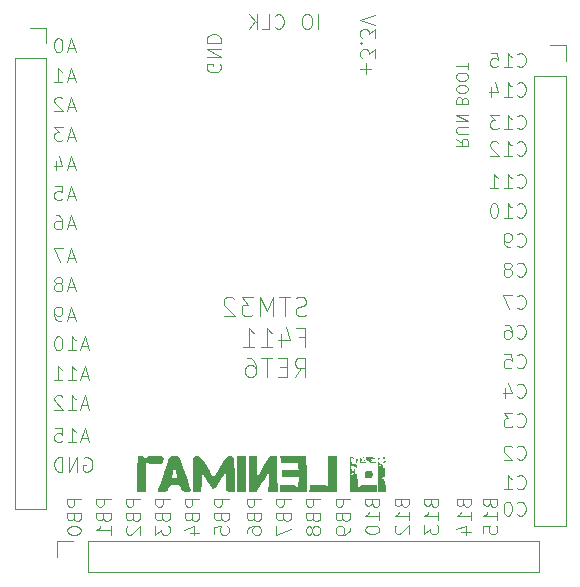
<source format=gbo>
G04 #@! TF.GenerationSoftware,KiCad,Pcbnew,8.0.5*
G04 #@! TF.CreationDate,2024-11-24T11:50:23+01:00*
G04 #@! TF.ProjectId,stm32_template,73746d33-325f-4746-956d-706c6174652e,rev?*
G04 #@! TF.SameCoordinates,Original*
G04 #@! TF.FileFunction,Legend,Bot*
G04 #@! TF.FilePolarity,Positive*
%FSLAX46Y46*%
G04 Gerber Fmt 4.6, Leading zero omitted, Abs format (unit mm)*
G04 Created by KiCad (PCBNEW 8.0.5) date 2024-11-24 11:50:23*
%MOMM*%
%LPD*%
G01*
G04 APERTURE LIST*
%ADD10C,0.100000*%
%ADD11C,0.120000*%
%ADD12C,0.000000*%
%ADD13R,1.700000X1.700000*%
%ADD14O,1.700000X1.700000*%
G04 APERTURE END LIST*
D10*
X56758645Y-56457085D02*
X56187217Y-56457085D01*
X56872931Y-56799942D02*
X56472931Y-55599942D01*
X56472931Y-55599942D02*
X56072931Y-56799942D01*
X55044360Y-56799942D02*
X55730074Y-56799942D01*
X55387217Y-56799942D02*
X55387217Y-55599942D01*
X55387217Y-55599942D02*
X55501503Y-55771371D01*
X55501503Y-55771371D02*
X55615788Y-55885657D01*
X55615788Y-55885657D02*
X55730074Y-55942800D01*
X77549942Y-92101503D02*
X76349942Y-92101503D01*
X76349942Y-92101503D02*
X76349942Y-92558646D01*
X76349942Y-92558646D02*
X76407085Y-92672931D01*
X76407085Y-92672931D02*
X76464228Y-92730074D01*
X76464228Y-92730074D02*
X76578514Y-92787217D01*
X76578514Y-92787217D02*
X76749942Y-92787217D01*
X76749942Y-92787217D02*
X76864228Y-92730074D01*
X76864228Y-92730074D02*
X76921371Y-92672931D01*
X76921371Y-92672931D02*
X76978514Y-92558646D01*
X76978514Y-92558646D02*
X76978514Y-92101503D01*
X76921371Y-93701503D02*
X76978514Y-93872931D01*
X76978514Y-93872931D02*
X77035657Y-93930074D01*
X77035657Y-93930074D02*
X77149942Y-93987217D01*
X77149942Y-93987217D02*
X77321371Y-93987217D01*
X77321371Y-93987217D02*
X77435657Y-93930074D01*
X77435657Y-93930074D02*
X77492800Y-93872931D01*
X77492800Y-93872931D02*
X77549942Y-93758646D01*
X77549942Y-93758646D02*
X77549942Y-93301503D01*
X77549942Y-93301503D02*
X76349942Y-93301503D01*
X76349942Y-93301503D02*
X76349942Y-93701503D01*
X76349942Y-93701503D02*
X76407085Y-93815789D01*
X76407085Y-93815789D02*
X76464228Y-93872931D01*
X76464228Y-93872931D02*
X76578514Y-93930074D01*
X76578514Y-93930074D02*
X76692800Y-93930074D01*
X76692800Y-93930074D02*
X76807085Y-93872931D01*
X76807085Y-93872931D02*
X76864228Y-93815789D01*
X76864228Y-93815789D02*
X76921371Y-93701503D01*
X76921371Y-93701503D02*
X76921371Y-93301503D01*
X76864228Y-94672931D02*
X76807085Y-94558646D01*
X76807085Y-94558646D02*
X76749942Y-94501503D01*
X76749942Y-94501503D02*
X76635657Y-94444360D01*
X76635657Y-94444360D02*
X76578514Y-94444360D01*
X76578514Y-94444360D02*
X76464228Y-94501503D01*
X76464228Y-94501503D02*
X76407085Y-94558646D01*
X76407085Y-94558646D02*
X76349942Y-94672931D01*
X76349942Y-94672931D02*
X76349942Y-94901503D01*
X76349942Y-94901503D02*
X76407085Y-95015789D01*
X76407085Y-95015789D02*
X76464228Y-95072931D01*
X76464228Y-95072931D02*
X76578514Y-95130074D01*
X76578514Y-95130074D02*
X76635657Y-95130074D01*
X76635657Y-95130074D02*
X76749942Y-95072931D01*
X76749942Y-95072931D02*
X76807085Y-95015789D01*
X76807085Y-95015789D02*
X76864228Y-94901503D01*
X76864228Y-94901503D02*
X76864228Y-94672931D01*
X76864228Y-94672931D02*
X76921371Y-94558646D01*
X76921371Y-94558646D02*
X76978514Y-94501503D01*
X76978514Y-94501503D02*
X77092800Y-94444360D01*
X77092800Y-94444360D02*
X77321371Y-94444360D01*
X77321371Y-94444360D02*
X77435657Y-94501503D01*
X77435657Y-94501503D02*
X77492800Y-94558646D01*
X77492800Y-94558646D02*
X77549942Y-94672931D01*
X77549942Y-94672931D02*
X77549942Y-94901503D01*
X77549942Y-94901503D02*
X77492800Y-95015789D01*
X77492800Y-95015789D02*
X77435657Y-95072931D01*
X77435657Y-95072931D02*
X77321371Y-95130074D01*
X77321371Y-95130074D02*
X77092800Y-95130074D01*
X77092800Y-95130074D02*
X76978514Y-95072931D01*
X76978514Y-95072931D02*
X76921371Y-95015789D01*
X76921371Y-95015789D02*
X76864228Y-94901503D01*
X57558646Y-88657085D02*
X57672932Y-88599942D01*
X57672932Y-88599942D02*
X57844360Y-88599942D01*
X57844360Y-88599942D02*
X58015789Y-88657085D01*
X58015789Y-88657085D02*
X58130074Y-88771371D01*
X58130074Y-88771371D02*
X58187217Y-88885657D01*
X58187217Y-88885657D02*
X58244360Y-89114228D01*
X58244360Y-89114228D02*
X58244360Y-89285657D01*
X58244360Y-89285657D02*
X58187217Y-89514228D01*
X58187217Y-89514228D02*
X58130074Y-89628514D01*
X58130074Y-89628514D02*
X58015789Y-89742800D01*
X58015789Y-89742800D02*
X57844360Y-89799942D01*
X57844360Y-89799942D02*
X57730074Y-89799942D01*
X57730074Y-89799942D02*
X57558646Y-89742800D01*
X57558646Y-89742800D02*
X57501503Y-89685657D01*
X57501503Y-89685657D02*
X57501503Y-89285657D01*
X57501503Y-89285657D02*
X57730074Y-89285657D01*
X56987217Y-89799942D02*
X56987217Y-88599942D01*
X56987217Y-88599942D02*
X56301503Y-89799942D01*
X56301503Y-89799942D02*
X56301503Y-88599942D01*
X55730074Y-89799942D02*
X55730074Y-88599942D01*
X55730074Y-88599942D02*
X55444360Y-88599942D01*
X55444360Y-88599942D02*
X55272931Y-88657085D01*
X55272931Y-88657085D02*
X55158646Y-88771371D01*
X55158646Y-88771371D02*
X55101503Y-88885657D01*
X55101503Y-88885657D02*
X55044360Y-89114228D01*
X55044360Y-89114228D02*
X55044360Y-89285657D01*
X55044360Y-89285657D02*
X55101503Y-89514228D01*
X55101503Y-89514228D02*
X55158646Y-89628514D01*
X55158646Y-89628514D02*
X55272931Y-89742800D01*
X55272931Y-89742800D02*
X55444360Y-89799942D01*
X55444360Y-89799942D02*
X55730074Y-89799942D01*
X73715789Y-52185657D02*
X73772932Y-52242800D01*
X73772932Y-52242800D02*
X73944360Y-52299942D01*
X73944360Y-52299942D02*
X74058646Y-52299942D01*
X74058646Y-52299942D02*
X74230075Y-52242800D01*
X74230075Y-52242800D02*
X74344360Y-52128514D01*
X74344360Y-52128514D02*
X74401503Y-52014228D01*
X74401503Y-52014228D02*
X74458646Y-51785657D01*
X74458646Y-51785657D02*
X74458646Y-51614228D01*
X74458646Y-51614228D02*
X74401503Y-51385657D01*
X74401503Y-51385657D02*
X74344360Y-51271371D01*
X74344360Y-51271371D02*
X74230075Y-51157085D01*
X74230075Y-51157085D02*
X74058646Y-51099942D01*
X74058646Y-51099942D02*
X73944360Y-51099942D01*
X73944360Y-51099942D02*
X73772932Y-51157085D01*
X73772932Y-51157085D02*
X73715789Y-51214228D01*
X72630075Y-52299942D02*
X73201503Y-52299942D01*
X73201503Y-52299942D02*
X73201503Y-51099942D01*
X72230074Y-52299942D02*
X72230074Y-51099942D01*
X71544360Y-52299942D02*
X72058646Y-51614228D01*
X71544360Y-51099942D02*
X72230074Y-51785657D01*
X62299942Y-92101503D02*
X61099942Y-92101503D01*
X61099942Y-92101503D02*
X61099942Y-92558646D01*
X61099942Y-92558646D02*
X61157085Y-92672931D01*
X61157085Y-92672931D02*
X61214228Y-92730074D01*
X61214228Y-92730074D02*
X61328514Y-92787217D01*
X61328514Y-92787217D02*
X61499942Y-92787217D01*
X61499942Y-92787217D02*
X61614228Y-92730074D01*
X61614228Y-92730074D02*
X61671371Y-92672931D01*
X61671371Y-92672931D02*
X61728514Y-92558646D01*
X61728514Y-92558646D02*
X61728514Y-92101503D01*
X61671371Y-93701503D02*
X61728514Y-93872931D01*
X61728514Y-93872931D02*
X61785657Y-93930074D01*
X61785657Y-93930074D02*
X61899942Y-93987217D01*
X61899942Y-93987217D02*
X62071371Y-93987217D01*
X62071371Y-93987217D02*
X62185657Y-93930074D01*
X62185657Y-93930074D02*
X62242800Y-93872931D01*
X62242800Y-93872931D02*
X62299942Y-93758646D01*
X62299942Y-93758646D02*
X62299942Y-93301503D01*
X62299942Y-93301503D02*
X61099942Y-93301503D01*
X61099942Y-93301503D02*
X61099942Y-93701503D01*
X61099942Y-93701503D02*
X61157085Y-93815789D01*
X61157085Y-93815789D02*
X61214228Y-93872931D01*
X61214228Y-93872931D02*
X61328514Y-93930074D01*
X61328514Y-93930074D02*
X61442800Y-93930074D01*
X61442800Y-93930074D02*
X61557085Y-93872931D01*
X61557085Y-93872931D02*
X61614228Y-93815789D01*
X61614228Y-93815789D02*
X61671371Y-93701503D01*
X61671371Y-93701503D02*
X61671371Y-93301503D01*
X61214228Y-94444360D02*
X61157085Y-94501503D01*
X61157085Y-94501503D02*
X61099942Y-94615789D01*
X61099942Y-94615789D02*
X61099942Y-94901503D01*
X61099942Y-94901503D02*
X61157085Y-95015789D01*
X61157085Y-95015789D02*
X61214228Y-95072931D01*
X61214228Y-95072931D02*
X61328514Y-95130074D01*
X61328514Y-95130074D02*
X61442800Y-95130074D01*
X61442800Y-95130074D02*
X61614228Y-95072931D01*
X61614228Y-95072931D02*
X62299942Y-94387217D01*
X62299942Y-94387217D02*
X62299942Y-95130074D01*
X57901502Y-79207085D02*
X57330074Y-79207085D01*
X58015788Y-79549942D02*
X57615788Y-78349942D01*
X57615788Y-78349942D02*
X57215788Y-79549942D01*
X56187217Y-79549942D02*
X56872931Y-79549942D01*
X56530074Y-79549942D02*
X56530074Y-78349942D01*
X56530074Y-78349942D02*
X56644360Y-78521371D01*
X56644360Y-78521371D02*
X56758645Y-78635657D01*
X56758645Y-78635657D02*
X56872931Y-78692800D01*
X55444360Y-78349942D02*
X55330074Y-78349942D01*
X55330074Y-78349942D02*
X55215788Y-78407085D01*
X55215788Y-78407085D02*
X55158646Y-78464228D01*
X55158646Y-78464228D02*
X55101503Y-78578514D01*
X55101503Y-78578514D02*
X55044360Y-78807085D01*
X55044360Y-78807085D02*
X55044360Y-79092800D01*
X55044360Y-79092800D02*
X55101503Y-79321371D01*
X55101503Y-79321371D02*
X55158646Y-79435657D01*
X55158646Y-79435657D02*
X55215788Y-79492800D01*
X55215788Y-79492800D02*
X55330074Y-79549942D01*
X55330074Y-79549942D02*
X55444360Y-79549942D01*
X55444360Y-79549942D02*
X55558646Y-79492800D01*
X55558646Y-79492800D02*
X55615788Y-79435657D01*
X55615788Y-79435657D02*
X55672931Y-79321371D01*
X55672931Y-79321371D02*
X55730074Y-79092800D01*
X55730074Y-79092800D02*
X55730074Y-78807085D01*
X55730074Y-78807085D02*
X55672931Y-78578514D01*
X55672931Y-78578514D02*
X55615788Y-78464228D01*
X55615788Y-78464228D02*
X55558646Y-78407085D01*
X55558646Y-78407085D02*
X55444360Y-78349942D01*
X64799942Y-92101503D02*
X63599942Y-92101503D01*
X63599942Y-92101503D02*
X63599942Y-92558646D01*
X63599942Y-92558646D02*
X63657085Y-92672931D01*
X63657085Y-92672931D02*
X63714228Y-92730074D01*
X63714228Y-92730074D02*
X63828514Y-92787217D01*
X63828514Y-92787217D02*
X63999942Y-92787217D01*
X63999942Y-92787217D02*
X64114228Y-92730074D01*
X64114228Y-92730074D02*
X64171371Y-92672931D01*
X64171371Y-92672931D02*
X64228514Y-92558646D01*
X64228514Y-92558646D02*
X64228514Y-92101503D01*
X64171371Y-93701503D02*
X64228514Y-93872931D01*
X64228514Y-93872931D02*
X64285657Y-93930074D01*
X64285657Y-93930074D02*
X64399942Y-93987217D01*
X64399942Y-93987217D02*
X64571371Y-93987217D01*
X64571371Y-93987217D02*
X64685657Y-93930074D01*
X64685657Y-93930074D02*
X64742800Y-93872931D01*
X64742800Y-93872931D02*
X64799942Y-93758646D01*
X64799942Y-93758646D02*
X64799942Y-93301503D01*
X64799942Y-93301503D02*
X63599942Y-93301503D01*
X63599942Y-93301503D02*
X63599942Y-93701503D01*
X63599942Y-93701503D02*
X63657085Y-93815789D01*
X63657085Y-93815789D02*
X63714228Y-93872931D01*
X63714228Y-93872931D02*
X63828514Y-93930074D01*
X63828514Y-93930074D02*
X63942800Y-93930074D01*
X63942800Y-93930074D02*
X64057085Y-93872931D01*
X64057085Y-93872931D02*
X64114228Y-93815789D01*
X64114228Y-93815789D02*
X64171371Y-93701503D01*
X64171371Y-93701503D02*
X64171371Y-93301503D01*
X63599942Y-94387217D02*
X63599942Y-95130074D01*
X63599942Y-95130074D02*
X64057085Y-94730074D01*
X64057085Y-94730074D02*
X64057085Y-94901503D01*
X64057085Y-94901503D02*
X64114228Y-95015789D01*
X64114228Y-95015789D02*
X64171371Y-95072931D01*
X64171371Y-95072931D02*
X64285657Y-95130074D01*
X64285657Y-95130074D02*
X64571371Y-95130074D01*
X64571371Y-95130074D02*
X64685657Y-95072931D01*
X64685657Y-95072931D02*
X64742800Y-95015789D01*
X64742800Y-95015789D02*
X64799942Y-94901503D01*
X64799942Y-94901503D02*
X64799942Y-94558646D01*
X64799942Y-94558646D02*
X64742800Y-94444360D01*
X64742800Y-94444360D02*
X64685657Y-94387217D01*
X56758645Y-61457085D02*
X56187217Y-61457085D01*
X56872931Y-61799942D02*
X56472931Y-60599942D01*
X56472931Y-60599942D02*
X56072931Y-61799942D01*
X55787217Y-60599942D02*
X55044360Y-60599942D01*
X55044360Y-60599942D02*
X55444360Y-61057085D01*
X55444360Y-61057085D02*
X55272931Y-61057085D01*
X55272931Y-61057085D02*
X55158646Y-61114228D01*
X55158646Y-61114228D02*
X55101503Y-61171371D01*
X55101503Y-61171371D02*
X55044360Y-61285657D01*
X55044360Y-61285657D02*
X55044360Y-61571371D01*
X55044360Y-61571371D02*
X55101503Y-61685657D01*
X55101503Y-61685657D02*
X55158646Y-61742800D01*
X55158646Y-61742800D02*
X55272931Y-61799942D01*
X55272931Y-61799942D02*
X55615788Y-61799942D01*
X55615788Y-61799942D02*
X55730074Y-61742800D01*
X55730074Y-61742800D02*
X55787217Y-61685657D01*
X94212782Y-80935657D02*
X94269925Y-80992800D01*
X94269925Y-80992800D02*
X94441353Y-81049942D01*
X94441353Y-81049942D02*
X94555639Y-81049942D01*
X94555639Y-81049942D02*
X94727068Y-80992800D01*
X94727068Y-80992800D02*
X94841353Y-80878514D01*
X94841353Y-80878514D02*
X94898496Y-80764228D01*
X94898496Y-80764228D02*
X94955639Y-80535657D01*
X94955639Y-80535657D02*
X94955639Y-80364228D01*
X94955639Y-80364228D02*
X94898496Y-80135657D01*
X94898496Y-80135657D02*
X94841353Y-80021371D01*
X94841353Y-80021371D02*
X94727068Y-79907085D01*
X94727068Y-79907085D02*
X94555639Y-79849942D01*
X94555639Y-79849942D02*
X94441353Y-79849942D01*
X94441353Y-79849942D02*
X94269925Y-79907085D01*
X94269925Y-79907085D02*
X94212782Y-79964228D01*
X93127068Y-79849942D02*
X93698496Y-79849942D01*
X93698496Y-79849942D02*
X93755639Y-80421371D01*
X93755639Y-80421371D02*
X93698496Y-80364228D01*
X93698496Y-80364228D02*
X93584211Y-80307085D01*
X93584211Y-80307085D02*
X93298496Y-80307085D01*
X93298496Y-80307085D02*
X93184211Y-80364228D01*
X93184211Y-80364228D02*
X93127068Y-80421371D01*
X93127068Y-80421371D02*
X93069925Y-80535657D01*
X93069925Y-80535657D02*
X93069925Y-80821371D01*
X93069925Y-80821371D02*
X93127068Y-80935657D01*
X93127068Y-80935657D02*
X93184211Y-80992800D01*
X93184211Y-80992800D02*
X93298496Y-81049942D01*
X93298496Y-81049942D02*
X93584211Y-81049942D01*
X93584211Y-81049942D02*
X93698496Y-80992800D01*
X93698496Y-80992800D02*
X93755639Y-80935657D01*
X94212782Y-57935657D02*
X94269925Y-57992800D01*
X94269925Y-57992800D02*
X94441353Y-58049942D01*
X94441353Y-58049942D02*
X94555639Y-58049942D01*
X94555639Y-58049942D02*
X94727068Y-57992800D01*
X94727068Y-57992800D02*
X94841353Y-57878514D01*
X94841353Y-57878514D02*
X94898496Y-57764228D01*
X94898496Y-57764228D02*
X94955639Y-57535657D01*
X94955639Y-57535657D02*
X94955639Y-57364228D01*
X94955639Y-57364228D02*
X94898496Y-57135657D01*
X94898496Y-57135657D02*
X94841353Y-57021371D01*
X94841353Y-57021371D02*
X94727068Y-56907085D01*
X94727068Y-56907085D02*
X94555639Y-56849942D01*
X94555639Y-56849942D02*
X94441353Y-56849942D01*
X94441353Y-56849942D02*
X94269925Y-56907085D01*
X94269925Y-56907085D02*
X94212782Y-56964228D01*
X93069925Y-58049942D02*
X93755639Y-58049942D01*
X93412782Y-58049942D02*
X93412782Y-56849942D01*
X93412782Y-56849942D02*
X93527068Y-57021371D01*
X93527068Y-57021371D02*
X93641353Y-57135657D01*
X93641353Y-57135657D02*
X93755639Y-57192800D01*
X92041354Y-57249942D02*
X92041354Y-58049942D01*
X92327068Y-56792800D02*
X92612782Y-57649942D01*
X92612782Y-57649942D02*
X91869925Y-57649942D01*
X94212782Y-65685657D02*
X94269925Y-65742800D01*
X94269925Y-65742800D02*
X94441353Y-65799942D01*
X94441353Y-65799942D02*
X94555639Y-65799942D01*
X94555639Y-65799942D02*
X94727068Y-65742800D01*
X94727068Y-65742800D02*
X94841353Y-65628514D01*
X94841353Y-65628514D02*
X94898496Y-65514228D01*
X94898496Y-65514228D02*
X94955639Y-65285657D01*
X94955639Y-65285657D02*
X94955639Y-65114228D01*
X94955639Y-65114228D02*
X94898496Y-64885657D01*
X94898496Y-64885657D02*
X94841353Y-64771371D01*
X94841353Y-64771371D02*
X94727068Y-64657085D01*
X94727068Y-64657085D02*
X94555639Y-64599942D01*
X94555639Y-64599942D02*
X94441353Y-64599942D01*
X94441353Y-64599942D02*
X94269925Y-64657085D01*
X94269925Y-64657085D02*
X94212782Y-64714228D01*
X93069925Y-65799942D02*
X93755639Y-65799942D01*
X93412782Y-65799942D02*
X93412782Y-64599942D01*
X93412782Y-64599942D02*
X93527068Y-64771371D01*
X93527068Y-64771371D02*
X93641353Y-64885657D01*
X93641353Y-64885657D02*
X93755639Y-64942800D01*
X91927068Y-65799942D02*
X92612782Y-65799942D01*
X92269925Y-65799942D02*
X92269925Y-64599942D01*
X92269925Y-64599942D02*
X92384211Y-64771371D01*
X92384211Y-64771371D02*
X92498496Y-64885657D01*
X92498496Y-64885657D02*
X92612782Y-64942800D01*
X80049942Y-92101503D02*
X78849942Y-92101503D01*
X78849942Y-92101503D02*
X78849942Y-92558646D01*
X78849942Y-92558646D02*
X78907085Y-92672931D01*
X78907085Y-92672931D02*
X78964228Y-92730074D01*
X78964228Y-92730074D02*
X79078514Y-92787217D01*
X79078514Y-92787217D02*
X79249942Y-92787217D01*
X79249942Y-92787217D02*
X79364228Y-92730074D01*
X79364228Y-92730074D02*
X79421371Y-92672931D01*
X79421371Y-92672931D02*
X79478514Y-92558646D01*
X79478514Y-92558646D02*
X79478514Y-92101503D01*
X79421371Y-93701503D02*
X79478514Y-93872931D01*
X79478514Y-93872931D02*
X79535657Y-93930074D01*
X79535657Y-93930074D02*
X79649942Y-93987217D01*
X79649942Y-93987217D02*
X79821371Y-93987217D01*
X79821371Y-93987217D02*
X79935657Y-93930074D01*
X79935657Y-93930074D02*
X79992800Y-93872931D01*
X79992800Y-93872931D02*
X80049942Y-93758646D01*
X80049942Y-93758646D02*
X80049942Y-93301503D01*
X80049942Y-93301503D02*
X78849942Y-93301503D01*
X78849942Y-93301503D02*
X78849942Y-93701503D01*
X78849942Y-93701503D02*
X78907085Y-93815789D01*
X78907085Y-93815789D02*
X78964228Y-93872931D01*
X78964228Y-93872931D02*
X79078514Y-93930074D01*
X79078514Y-93930074D02*
X79192800Y-93930074D01*
X79192800Y-93930074D02*
X79307085Y-93872931D01*
X79307085Y-93872931D02*
X79364228Y-93815789D01*
X79364228Y-93815789D02*
X79421371Y-93701503D01*
X79421371Y-93701503D02*
X79421371Y-93301503D01*
X80049942Y-94558646D02*
X80049942Y-94787217D01*
X80049942Y-94787217D02*
X79992800Y-94901503D01*
X79992800Y-94901503D02*
X79935657Y-94958646D01*
X79935657Y-94958646D02*
X79764228Y-95072931D01*
X79764228Y-95072931D02*
X79535657Y-95130074D01*
X79535657Y-95130074D02*
X79078514Y-95130074D01*
X79078514Y-95130074D02*
X78964228Y-95072931D01*
X78964228Y-95072931D02*
X78907085Y-95015789D01*
X78907085Y-95015789D02*
X78849942Y-94901503D01*
X78849942Y-94901503D02*
X78849942Y-94672931D01*
X78849942Y-94672931D02*
X78907085Y-94558646D01*
X78907085Y-94558646D02*
X78964228Y-94501503D01*
X78964228Y-94501503D02*
X79078514Y-94444360D01*
X79078514Y-94444360D02*
X79364228Y-94444360D01*
X79364228Y-94444360D02*
X79478514Y-94501503D01*
X79478514Y-94501503D02*
X79535657Y-94558646D01*
X79535657Y-94558646D02*
X79592800Y-94672931D01*
X79592800Y-94672931D02*
X79592800Y-94901503D01*
X79592800Y-94901503D02*
X79535657Y-95015789D01*
X79535657Y-95015789D02*
X79478514Y-95072931D01*
X79478514Y-95072931D02*
X79364228Y-95130074D01*
X94212782Y-62935657D02*
X94269925Y-62992800D01*
X94269925Y-62992800D02*
X94441353Y-63049942D01*
X94441353Y-63049942D02*
X94555639Y-63049942D01*
X94555639Y-63049942D02*
X94727068Y-62992800D01*
X94727068Y-62992800D02*
X94841353Y-62878514D01*
X94841353Y-62878514D02*
X94898496Y-62764228D01*
X94898496Y-62764228D02*
X94955639Y-62535657D01*
X94955639Y-62535657D02*
X94955639Y-62364228D01*
X94955639Y-62364228D02*
X94898496Y-62135657D01*
X94898496Y-62135657D02*
X94841353Y-62021371D01*
X94841353Y-62021371D02*
X94727068Y-61907085D01*
X94727068Y-61907085D02*
X94555639Y-61849942D01*
X94555639Y-61849942D02*
X94441353Y-61849942D01*
X94441353Y-61849942D02*
X94269925Y-61907085D01*
X94269925Y-61907085D02*
X94212782Y-61964228D01*
X93069925Y-63049942D02*
X93755639Y-63049942D01*
X93412782Y-63049942D02*
X93412782Y-61849942D01*
X93412782Y-61849942D02*
X93527068Y-62021371D01*
X93527068Y-62021371D02*
X93641353Y-62135657D01*
X93641353Y-62135657D02*
X93755639Y-62192800D01*
X92612782Y-61964228D02*
X92555639Y-61907085D01*
X92555639Y-61907085D02*
X92441354Y-61849942D01*
X92441354Y-61849942D02*
X92155639Y-61849942D01*
X92155639Y-61849942D02*
X92041354Y-61907085D01*
X92041354Y-61907085D02*
X91984211Y-61964228D01*
X91984211Y-61964228D02*
X91927068Y-62078514D01*
X91927068Y-62078514D02*
X91927068Y-62192800D01*
X91927068Y-62192800D02*
X91984211Y-62364228D01*
X91984211Y-62364228D02*
X92669925Y-63049942D01*
X92669925Y-63049942D02*
X91927068Y-63049942D01*
X94212782Y-85935657D02*
X94269925Y-85992800D01*
X94269925Y-85992800D02*
X94441353Y-86049942D01*
X94441353Y-86049942D02*
X94555639Y-86049942D01*
X94555639Y-86049942D02*
X94727068Y-85992800D01*
X94727068Y-85992800D02*
X94841353Y-85878514D01*
X94841353Y-85878514D02*
X94898496Y-85764228D01*
X94898496Y-85764228D02*
X94955639Y-85535657D01*
X94955639Y-85535657D02*
X94955639Y-85364228D01*
X94955639Y-85364228D02*
X94898496Y-85135657D01*
X94898496Y-85135657D02*
X94841353Y-85021371D01*
X94841353Y-85021371D02*
X94727068Y-84907085D01*
X94727068Y-84907085D02*
X94555639Y-84849942D01*
X94555639Y-84849942D02*
X94441353Y-84849942D01*
X94441353Y-84849942D02*
X94269925Y-84907085D01*
X94269925Y-84907085D02*
X94212782Y-84964228D01*
X93812782Y-84849942D02*
X93069925Y-84849942D01*
X93069925Y-84849942D02*
X93469925Y-85307085D01*
X93469925Y-85307085D02*
X93298496Y-85307085D01*
X93298496Y-85307085D02*
X93184211Y-85364228D01*
X93184211Y-85364228D02*
X93127068Y-85421371D01*
X93127068Y-85421371D02*
X93069925Y-85535657D01*
X93069925Y-85535657D02*
X93069925Y-85821371D01*
X93069925Y-85821371D02*
X93127068Y-85935657D01*
X93127068Y-85935657D02*
X93184211Y-85992800D01*
X93184211Y-85992800D02*
X93298496Y-86049942D01*
X93298496Y-86049942D02*
X93641353Y-86049942D01*
X93641353Y-86049942D02*
X93755639Y-85992800D01*
X93755639Y-85992800D02*
X93812782Y-85935657D01*
X72549942Y-92101503D02*
X71349942Y-92101503D01*
X71349942Y-92101503D02*
X71349942Y-92558646D01*
X71349942Y-92558646D02*
X71407085Y-92672931D01*
X71407085Y-92672931D02*
X71464228Y-92730074D01*
X71464228Y-92730074D02*
X71578514Y-92787217D01*
X71578514Y-92787217D02*
X71749942Y-92787217D01*
X71749942Y-92787217D02*
X71864228Y-92730074D01*
X71864228Y-92730074D02*
X71921371Y-92672931D01*
X71921371Y-92672931D02*
X71978514Y-92558646D01*
X71978514Y-92558646D02*
X71978514Y-92101503D01*
X71921371Y-93701503D02*
X71978514Y-93872931D01*
X71978514Y-93872931D02*
X72035657Y-93930074D01*
X72035657Y-93930074D02*
X72149942Y-93987217D01*
X72149942Y-93987217D02*
X72321371Y-93987217D01*
X72321371Y-93987217D02*
X72435657Y-93930074D01*
X72435657Y-93930074D02*
X72492800Y-93872931D01*
X72492800Y-93872931D02*
X72549942Y-93758646D01*
X72549942Y-93758646D02*
X72549942Y-93301503D01*
X72549942Y-93301503D02*
X71349942Y-93301503D01*
X71349942Y-93301503D02*
X71349942Y-93701503D01*
X71349942Y-93701503D02*
X71407085Y-93815789D01*
X71407085Y-93815789D02*
X71464228Y-93872931D01*
X71464228Y-93872931D02*
X71578514Y-93930074D01*
X71578514Y-93930074D02*
X71692800Y-93930074D01*
X71692800Y-93930074D02*
X71807085Y-93872931D01*
X71807085Y-93872931D02*
X71864228Y-93815789D01*
X71864228Y-93815789D02*
X71921371Y-93701503D01*
X71921371Y-93701503D02*
X71921371Y-93301503D01*
X71349942Y-95015789D02*
X71349942Y-94787217D01*
X71349942Y-94787217D02*
X71407085Y-94672931D01*
X71407085Y-94672931D02*
X71464228Y-94615789D01*
X71464228Y-94615789D02*
X71635657Y-94501503D01*
X71635657Y-94501503D02*
X71864228Y-94444360D01*
X71864228Y-94444360D02*
X72321371Y-94444360D01*
X72321371Y-94444360D02*
X72435657Y-94501503D01*
X72435657Y-94501503D02*
X72492800Y-94558646D01*
X72492800Y-94558646D02*
X72549942Y-94672931D01*
X72549942Y-94672931D02*
X72549942Y-94901503D01*
X72549942Y-94901503D02*
X72492800Y-95015789D01*
X72492800Y-95015789D02*
X72435657Y-95072931D01*
X72435657Y-95072931D02*
X72321371Y-95130074D01*
X72321371Y-95130074D02*
X72035657Y-95130074D01*
X72035657Y-95130074D02*
X71921371Y-95072931D01*
X71921371Y-95072931D02*
X71864228Y-95015789D01*
X71864228Y-95015789D02*
X71807085Y-94901503D01*
X71807085Y-94901503D02*
X71807085Y-94672931D01*
X71807085Y-94672931D02*
X71864228Y-94558646D01*
X71864228Y-94558646D02*
X71921371Y-94501503D01*
X71921371Y-94501503D02*
X72035657Y-94444360D01*
X81407200Y-56151502D02*
X81407200Y-55237217D01*
X80950057Y-55694359D02*
X81864342Y-55694359D01*
X82150057Y-54780074D02*
X82150057Y-54037217D01*
X82150057Y-54037217D02*
X81692914Y-54437217D01*
X81692914Y-54437217D02*
X81692914Y-54265788D01*
X81692914Y-54265788D02*
X81635771Y-54151503D01*
X81635771Y-54151503D02*
X81578628Y-54094360D01*
X81578628Y-54094360D02*
X81464342Y-54037217D01*
X81464342Y-54037217D02*
X81178628Y-54037217D01*
X81178628Y-54037217D02*
X81064342Y-54094360D01*
X81064342Y-54094360D02*
X81007200Y-54151503D01*
X81007200Y-54151503D02*
X80950057Y-54265788D01*
X80950057Y-54265788D02*
X80950057Y-54608645D01*
X80950057Y-54608645D02*
X81007200Y-54722931D01*
X81007200Y-54722931D02*
X81064342Y-54780074D01*
X81064342Y-53522931D02*
X81007200Y-53465788D01*
X81007200Y-53465788D02*
X80950057Y-53522931D01*
X80950057Y-53522931D02*
X81007200Y-53580074D01*
X81007200Y-53580074D02*
X81064342Y-53522931D01*
X81064342Y-53522931D02*
X80950057Y-53522931D01*
X82150057Y-53065788D02*
X82150057Y-52322931D01*
X82150057Y-52322931D02*
X81692914Y-52722931D01*
X81692914Y-52722931D02*
X81692914Y-52551502D01*
X81692914Y-52551502D02*
X81635771Y-52437217D01*
X81635771Y-52437217D02*
X81578628Y-52380074D01*
X81578628Y-52380074D02*
X81464342Y-52322931D01*
X81464342Y-52322931D02*
X81178628Y-52322931D01*
X81178628Y-52322931D02*
X81064342Y-52380074D01*
X81064342Y-52380074D02*
X81007200Y-52437217D01*
X81007200Y-52437217D02*
X80950057Y-52551502D01*
X80950057Y-52551502D02*
X80950057Y-52894359D01*
X80950057Y-52894359D02*
X81007200Y-53008645D01*
X81007200Y-53008645D02*
X81064342Y-53065788D01*
X82150057Y-51980074D02*
X80950057Y-51580074D01*
X80950057Y-51580074D02*
X82150057Y-51180074D01*
X81921371Y-92501503D02*
X81978514Y-92672931D01*
X81978514Y-92672931D02*
X82035657Y-92730074D01*
X82035657Y-92730074D02*
X82149942Y-92787217D01*
X82149942Y-92787217D02*
X82321371Y-92787217D01*
X82321371Y-92787217D02*
X82435657Y-92730074D01*
X82435657Y-92730074D02*
X82492800Y-92672931D01*
X82492800Y-92672931D02*
X82549942Y-92558646D01*
X82549942Y-92558646D02*
X82549942Y-92101503D01*
X82549942Y-92101503D02*
X81349942Y-92101503D01*
X81349942Y-92101503D02*
X81349942Y-92501503D01*
X81349942Y-92501503D02*
X81407085Y-92615789D01*
X81407085Y-92615789D02*
X81464228Y-92672931D01*
X81464228Y-92672931D02*
X81578514Y-92730074D01*
X81578514Y-92730074D02*
X81692800Y-92730074D01*
X81692800Y-92730074D02*
X81807085Y-92672931D01*
X81807085Y-92672931D02*
X81864228Y-92615789D01*
X81864228Y-92615789D02*
X81921371Y-92501503D01*
X81921371Y-92501503D02*
X81921371Y-92101503D01*
X82549942Y-93930074D02*
X82549942Y-93244360D01*
X82549942Y-93587217D02*
X81349942Y-93587217D01*
X81349942Y-93587217D02*
X81521371Y-93472931D01*
X81521371Y-93472931D02*
X81635657Y-93358646D01*
X81635657Y-93358646D02*
X81692800Y-93244360D01*
X81349942Y-94672931D02*
X81349942Y-94787217D01*
X81349942Y-94787217D02*
X81407085Y-94901503D01*
X81407085Y-94901503D02*
X81464228Y-94958646D01*
X81464228Y-94958646D02*
X81578514Y-95015788D01*
X81578514Y-95015788D02*
X81807085Y-95072931D01*
X81807085Y-95072931D02*
X82092800Y-95072931D01*
X82092800Y-95072931D02*
X82321371Y-95015788D01*
X82321371Y-95015788D02*
X82435657Y-94958646D01*
X82435657Y-94958646D02*
X82492800Y-94901503D01*
X82492800Y-94901503D02*
X82549942Y-94787217D01*
X82549942Y-94787217D02*
X82549942Y-94672931D01*
X82549942Y-94672931D02*
X82492800Y-94558646D01*
X82492800Y-94558646D02*
X82435657Y-94501503D01*
X82435657Y-94501503D02*
X82321371Y-94444360D01*
X82321371Y-94444360D02*
X82092800Y-94387217D01*
X82092800Y-94387217D02*
X81807085Y-94387217D01*
X81807085Y-94387217D02*
X81578514Y-94444360D01*
X81578514Y-94444360D02*
X81464228Y-94501503D01*
X81464228Y-94501503D02*
X81407085Y-94558646D01*
X81407085Y-94558646D02*
X81349942Y-94672931D01*
X94212782Y-73185657D02*
X94269925Y-73242800D01*
X94269925Y-73242800D02*
X94441353Y-73299942D01*
X94441353Y-73299942D02*
X94555639Y-73299942D01*
X94555639Y-73299942D02*
X94727068Y-73242800D01*
X94727068Y-73242800D02*
X94841353Y-73128514D01*
X94841353Y-73128514D02*
X94898496Y-73014228D01*
X94898496Y-73014228D02*
X94955639Y-72785657D01*
X94955639Y-72785657D02*
X94955639Y-72614228D01*
X94955639Y-72614228D02*
X94898496Y-72385657D01*
X94898496Y-72385657D02*
X94841353Y-72271371D01*
X94841353Y-72271371D02*
X94727068Y-72157085D01*
X94727068Y-72157085D02*
X94555639Y-72099942D01*
X94555639Y-72099942D02*
X94441353Y-72099942D01*
X94441353Y-72099942D02*
X94269925Y-72157085D01*
X94269925Y-72157085D02*
X94212782Y-72214228D01*
X93527068Y-72614228D02*
X93641353Y-72557085D01*
X93641353Y-72557085D02*
X93698496Y-72499942D01*
X93698496Y-72499942D02*
X93755639Y-72385657D01*
X93755639Y-72385657D02*
X93755639Y-72328514D01*
X93755639Y-72328514D02*
X93698496Y-72214228D01*
X93698496Y-72214228D02*
X93641353Y-72157085D01*
X93641353Y-72157085D02*
X93527068Y-72099942D01*
X93527068Y-72099942D02*
X93298496Y-72099942D01*
X93298496Y-72099942D02*
X93184211Y-72157085D01*
X93184211Y-72157085D02*
X93127068Y-72214228D01*
X93127068Y-72214228D02*
X93069925Y-72328514D01*
X93069925Y-72328514D02*
X93069925Y-72385657D01*
X93069925Y-72385657D02*
X93127068Y-72499942D01*
X93127068Y-72499942D02*
X93184211Y-72557085D01*
X93184211Y-72557085D02*
X93298496Y-72614228D01*
X93298496Y-72614228D02*
X93527068Y-72614228D01*
X93527068Y-72614228D02*
X93641353Y-72671371D01*
X93641353Y-72671371D02*
X93698496Y-72728514D01*
X93698496Y-72728514D02*
X93755639Y-72842800D01*
X93755639Y-72842800D02*
X93755639Y-73071371D01*
X93755639Y-73071371D02*
X93698496Y-73185657D01*
X93698496Y-73185657D02*
X93641353Y-73242800D01*
X93641353Y-73242800D02*
X93527068Y-73299942D01*
X93527068Y-73299942D02*
X93298496Y-73299942D01*
X93298496Y-73299942D02*
X93184211Y-73242800D01*
X93184211Y-73242800D02*
X93127068Y-73185657D01*
X93127068Y-73185657D02*
X93069925Y-73071371D01*
X93069925Y-73071371D02*
X93069925Y-72842800D01*
X93069925Y-72842800D02*
X93127068Y-72728514D01*
X93127068Y-72728514D02*
X93184211Y-72671371D01*
X93184211Y-72671371D02*
X93298496Y-72614228D01*
X86921371Y-92501503D02*
X86978514Y-92672931D01*
X86978514Y-92672931D02*
X87035657Y-92730074D01*
X87035657Y-92730074D02*
X87149942Y-92787217D01*
X87149942Y-92787217D02*
X87321371Y-92787217D01*
X87321371Y-92787217D02*
X87435657Y-92730074D01*
X87435657Y-92730074D02*
X87492800Y-92672931D01*
X87492800Y-92672931D02*
X87549942Y-92558646D01*
X87549942Y-92558646D02*
X87549942Y-92101503D01*
X87549942Y-92101503D02*
X86349942Y-92101503D01*
X86349942Y-92101503D02*
X86349942Y-92501503D01*
X86349942Y-92501503D02*
X86407085Y-92615789D01*
X86407085Y-92615789D02*
X86464228Y-92672931D01*
X86464228Y-92672931D02*
X86578514Y-92730074D01*
X86578514Y-92730074D02*
X86692800Y-92730074D01*
X86692800Y-92730074D02*
X86807085Y-92672931D01*
X86807085Y-92672931D02*
X86864228Y-92615789D01*
X86864228Y-92615789D02*
X86921371Y-92501503D01*
X86921371Y-92501503D02*
X86921371Y-92101503D01*
X87549942Y-93930074D02*
X87549942Y-93244360D01*
X87549942Y-93587217D02*
X86349942Y-93587217D01*
X86349942Y-93587217D02*
X86521371Y-93472931D01*
X86521371Y-93472931D02*
X86635657Y-93358646D01*
X86635657Y-93358646D02*
X86692800Y-93244360D01*
X86349942Y-94330074D02*
X86349942Y-95072931D01*
X86349942Y-95072931D02*
X86807085Y-94672931D01*
X86807085Y-94672931D02*
X86807085Y-94844360D01*
X86807085Y-94844360D02*
X86864228Y-94958646D01*
X86864228Y-94958646D02*
X86921371Y-95015788D01*
X86921371Y-95015788D02*
X87035657Y-95072931D01*
X87035657Y-95072931D02*
X87321371Y-95072931D01*
X87321371Y-95072931D02*
X87435657Y-95015788D01*
X87435657Y-95015788D02*
X87492800Y-94958646D01*
X87492800Y-94958646D02*
X87549942Y-94844360D01*
X87549942Y-94844360D02*
X87549942Y-94501503D01*
X87549942Y-94501503D02*
X87492800Y-94387217D01*
X87492800Y-94387217D02*
X87435657Y-94330074D01*
X76379449Y-76570980D02*
X76150877Y-76647170D01*
X76150877Y-76647170D02*
X75769925Y-76647170D01*
X75769925Y-76647170D02*
X75617544Y-76570980D01*
X75617544Y-76570980D02*
X75541353Y-76494789D01*
X75541353Y-76494789D02*
X75465163Y-76342408D01*
X75465163Y-76342408D02*
X75465163Y-76190027D01*
X75465163Y-76190027D02*
X75541353Y-76037646D01*
X75541353Y-76037646D02*
X75617544Y-75961456D01*
X75617544Y-75961456D02*
X75769925Y-75885265D01*
X75769925Y-75885265D02*
X76074687Y-75809075D01*
X76074687Y-75809075D02*
X76227068Y-75732884D01*
X76227068Y-75732884D02*
X76303258Y-75656694D01*
X76303258Y-75656694D02*
X76379449Y-75504313D01*
X76379449Y-75504313D02*
X76379449Y-75351932D01*
X76379449Y-75351932D02*
X76303258Y-75199551D01*
X76303258Y-75199551D02*
X76227068Y-75123360D01*
X76227068Y-75123360D02*
X76074687Y-75047170D01*
X76074687Y-75047170D02*
X75693734Y-75047170D01*
X75693734Y-75047170D02*
X75465163Y-75123360D01*
X75008020Y-75047170D02*
X74093734Y-75047170D01*
X74550877Y-76647170D02*
X74550877Y-75047170D01*
X73560400Y-76647170D02*
X73560400Y-75047170D01*
X73560400Y-75047170D02*
X73027067Y-76190027D01*
X73027067Y-76190027D02*
X72493733Y-75047170D01*
X72493733Y-75047170D02*
X72493733Y-76647170D01*
X71884210Y-75047170D02*
X70893734Y-75047170D01*
X70893734Y-75047170D02*
X71427067Y-75656694D01*
X71427067Y-75656694D02*
X71198496Y-75656694D01*
X71198496Y-75656694D02*
X71046115Y-75732884D01*
X71046115Y-75732884D02*
X70969924Y-75809075D01*
X70969924Y-75809075D02*
X70893734Y-75961456D01*
X70893734Y-75961456D02*
X70893734Y-76342408D01*
X70893734Y-76342408D02*
X70969924Y-76494789D01*
X70969924Y-76494789D02*
X71046115Y-76570980D01*
X71046115Y-76570980D02*
X71198496Y-76647170D01*
X71198496Y-76647170D02*
X71655639Y-76647170D01*
X71655639Y-76647170D02*
X71808020Y-76570980D01*
X71808020Y-76570980D02*
X71884210Y-76494789D01*
X70284210Y-75199551D02*
X70208019Y-75123360D01*
X70208019Y-75123360D02*
X70055638Y-75047170D01*
X70055638Y-75047170D02*
X69674686Y-75047170D01*
X69674686Y-75047170D02*
X69522305Y-75123360D01*
X69522305Y-75123360D02*
X69446114Y-75199551D01*
X69446114Y-75199551D02*
X69369924Y-75351932D01*
X69369924Y-75351932D02*
X69369924Y-75504313D01*
X69369924Y-75504313D02*
X69446114Y-75732884D01*
X69446114Y-75732884D02*
X70360400Y-76647170D01*
X70360400Y-76647170D02*
X69369924Y-76647170D01*
X75769925Y-78384985D02*
X76303258Y-78384985D01*
X76303258Y-79223080D02*
X76303258Y-77623080D01*
X76303258Y-77623080D02*
X75541353Y-77623080D01*
X74246115Y-78156413D02*
X74246115Y-79223080D01*
X74627067Y-77546890D02*
X75008020Y-78689747D01*
X75008020Y-78689747D02*
X74017543Y-78689747D01*
X72569924Y-79223080D02*
X73484210Y-79223080D01*
X73027067Y-79223080D02*
X73027067Y-77623080D01*
X73027067Y-77623080D02*
X73179448Y-77851651D01*
X73179448Y-77851651D02*
X73331829Y-78004032D01*
X73331829Y-78004032D02*
X73484210Y-78080223D01*
X71046114Y-79223080D02*
X71960400Y-79223080D01*
X71503257Y-79223080D02*
X71503257Y-77623080D01*
X71503257Y-77623080D02*
X71655638Y-77851651D01*
X71655638Y-77851651D02*
X71808019Y-78004032D01*
X71808019Y-78004032D02*
X71960400Y-78080223D01*
X75388972Y-81798990D02*
X75922306Y-81037085D01*
X76303258Y-81798990D02*
X76303258Y-80198990D01*
X76303258Y-80198990D02*
X75693734Y-80198990D01*
X75693734Y-80198990D02*
X75541353Y-80275180D01*
X75541353Y-80275180D02*
X75465163Y-80351371D01*
X75465163Y-80351371D02*
X75388972Y-80503752D01*
X75388972Y-80503752D02*
X75388972Y-80732323D01*
X75388972Y-80732323D02*
X75465163Y-80884704D01*
X75465163Y-80884704D02*
X75541353Y-80960895D01*
X75541353Y-80960895D02*
X75693734Y-81037085D01*
X75693734Y-81037085D02*
X76303258Y-81037085D01*
X74703258Y-80960895D02*
X74169925Y-80960895D01*
X73941353Y-81798990D02*
X74703258Y-81798990D01*
X74703258Y-81798990D02*
X74703258Y-80198990D01*
X74703258Y-80198990D02*
X73941353Y-80198990D01*
X73484211Y-80198990D02*
X72569925Y-80198990D01*
X73027068Y-81798990D02*
X73027068Y-80198990D01*
X71350877Y-80198990D02*
X71655639Y-80198990D01*
X71655639Y-80198990D02*
X71808020Y-80275180D01*
X71808020Y-80275180D02*
X71884210Y-80351371D01*
X71884210Y-80351371D02*
X72036591Y-80579942D01*
X72036591Y-80579942D02*
X72112782Y-80884704D01*
X72112782Y-80884704D02*
X72112782Y-81494228D01*
X72112782Y-81494228D02*
X72036591Y-81646609D01*
X72036591Y-81646609D02*
X71960401Y-81722800D01*
X71960401Y-81722800D02*
X71808020Y-81798990D01*
X71808020Y-81798990D02*
X71503258Y-81798990D01*
X71503258Y-81798990D02*
X71350877Y-81722800D01*
X71350877Y-81722800D02*
X71274686Y-81646609D01*
X71274686Y-81646609D02*
X71198496Y-81494228D01*
X71198496Y-81494228D02*
X71198496Y-81113276D01*
X71198496Y-81113276D02*
X71274686Y-80960895D01*
X71274686Y-80960895D02*
X71350877Y-80884704D01*
X71350877Y-80884704D02*
X71503258Y-80808514D01*
X71503258Y-80808514D02*
X71808020Y-80808514D01*
X71808020Y-80808514D02*
X71960401Y-80884704D01*
X71960401Y-80884704D02*
X72036591Y-80960895D01*
X72036591Y-80960895D02*
X72112782Y-81113276D01*
X94212782Y-68185657D02*
X94269925Y-68242800D01*
X94269925Y-68242800D02*
X94441353Y-68299942D01*
X94441353Y-68299942D02*
X94555639Y-68299942D01*
X94555639Y-68299942D02*
X94727068Y-68242800D01*
X94727068Y-68242800D02*
X94841353Y-68128514D01*
X94841353Y-68128514D02*
X94898496Y-68014228D01*
X94898496Y-68014228D02*
X94955639Y-67785657D01*
X94955639Y-67785657D02*
X94955639Y-67614228D01*
X94955639Y-67614228D02*
X94898496Y-67385657D01*
X94898496Y-67385657D02*
X94841353Y-67271371D01*
X94841353Y-67271371D02*
X94727068Y-67157085D01*
X94727068Y-67157085D02*
X94555639Y-67099942D01*
X94555639Y-67099942D02*
X94441353Y-67099942D01*
X94441353Y-67099942D02*
X94269925Y-67157085D01*
X94269925Y-67157085D02*
X94212782Y-67214228D01*
X93069925Y-68299942D02*
X93755639Y-68299942D01*
X93412782Y-68299942D02*
X93412782Y-67099942D01*
X93412782Y-67099942D02*
X93527068Y-67271371D01*
X93527068Y-67271371D02*
X93641353Y-67385657D01*
X93641353Y-67385657D02*
X93755639Y-67442800D01*
X92327068Y-67099942D02*
X92212782Y-67099942D01*
X92212782Y-67099942D02*
X92098496Y-67157085D01*
X92098496Y-67157085D02*
X92041354Y-67214228D01*
X92041354Y-67214228D02*
X91984211Y-67328514D01*
X91984211Y-67328514D02*
X91927068Y-67557085D01*
X91927068Y-67557085D02*
X91927068Y-67842800D01*
X91927068Y-67842800D02*
X91984211Y-68071371D01*
X91984211Y-68071371D02*
X92041354Y-68185657D01*
X92041354Y-68185657D02*
X92098496Y-68242800D01*
X92098496Y-68242800D02*
X92212782Y-68299942D01*
X92212782Y-68299942D02*
X92327068Y-68299942D01*
X92327068Y-68299942D02*
X92441354Y-68242800D01*
X92441354Y-68242800D02*
X92498496Y-68185657D01*
X92498496Y-68185657D02*
X92555639Y-68071371D01*
X92555639Y-68071371D02*
X92612782Y-67842800D01*
X92612782Y-67842800D02*
X92612782Y-67557085D01*
X92612782Y-67557085D02*
X92555639Y-67328514D01*
X92555639Y-67328514D02*
X92498496Y-67214228D01*
X92498496Y-67214228D02*
X92441354Y-67157085D01*
X92441354Y-67157085D02*
X92327068Y-67099942D01*
X56758645Y-74207085D02*
X56187217Y-74207085D01*
X56872931Y-74549942D02*
X56472931Y-73349942D01*
X56472931Y-73349942D02*
X56072931Y-74549942D01*
X55501503Y-73864228D02*
X55615788Y-73807085D01*
X55615788Y-73807085D02*
X55672931Y-73749942D01*
X55672931Y-73749942D02*
X55730074Y-73635657D01*
X55730074Y-73635657D02*
X55730074Y-73578514D01*
X55730074Y-73578514D02*
X55672931Y-73464228D01*
X55672931Y-73464228D02*
X55615788Y-73407085D01*
X55615788Y-73407085D02*
X55501503Y-73349942D01*
X55501503Y-73349942D02*
X55272931Y-73349942D01*
X55272931Y-73349942D02*
X55158646Y-73407085D01*
X55158646Y-73407085D02*
X55101503Y-73464228D01*
X55101503Y-73464228D02*
X55044360Y-73578514D01*
X55044360Y-73578514D02*
X55044360Y-73635657D01*
X55044360Y-73635657D02*
X55101503Y-73749942D01*
X55101503Y-73749942D02*
X55158646Y-73807085D01*
X55158646Y-73807085D02*
X55272931Y-73864228D01*
X55272931Y-73864228D02*
X55501503Y-73864228D01*
X55501503Y-73864228D02*
X55615788Y-73921371D01*
X55615788Y-73921371D02*
X55672931Y-73978514D01*
X55672931Y-73978514D02*
X55730074Y-74092800D01*
X55730074Y-74092800D02*
X55730074Y-74321371D01*
X55730074Y-74321371D02*
X55672931Y-74435657D01*
X55672931Y-74435657D02*
X55615788Y-74492800D01*
X55615788Y-74492800D02*
X55501503Y-74549942D01*
X55501503Y-74549942D02*
X55272931Y-74549942D01*
X55272931Y-74549942D02*
X55158646Y-74492800D01*
X55158646Y-74492800D02*
X55101503Y-74435657D01*
X55101503Y-74435657D02*
X55044360Y-74321371D01*
X55044360Y-74321371D02*
X55044360Y-74092800D01*
X55044360Y-74092800D02*
X55101503Y-73978514D01*
X55101503Y-73978514D02*
X55158646Y-73921371D01*
X55158646Y-73921371D02*
X55272931Y-73864228D01*
X77358646Y-52299942D02*
X77358646Y-51099942D01*
X76558646Y-51099942D02*
X76330074Y-51099942D01*
X76330074Y-51099942D02*
X76215789Y-51157085D01*
X76215789Y-51157085D02*
X76101503Y-51271371D01*
X76101503Y-51271371D02*
X76044360Y-51499942D01*
X76044360Y-51499942D02*
X76044360Y-51899942D01*
X76044360Y-51899942D02*
X76101503Y-52128514D01*
X76101503Y-52128514D02*
X76215789Y-52242800D01*
X76215789Y-52242800D02*
X76330074Y-52299942D01*
X76330074Y-52299942D02*
X76558646Y-52299942D01*
X76558646Y-52299942D02*
X76672932Y-52242800D01*
X76672932Y-52242800D02*
X76787217Y-52128514D01*
X76787217Y-52128514D02*
X76844360Y-51899942D01*
X76844360Y-51899942D02*
X76844360Y-51499942D01*
X76844360Y-51499942D02*
X76787217Y-51271371D01*
X76787217Y-51271371D02*
X76672932Y-51157085D01*
X76672932Y-51157085D02*
X76558646Y-51099942D01*
X94212782Y-88685657D02*
X94269925Y-88742800D01*
X94269925Y-88742800D02*
X94441353Y-88799942D01*
X94441353Y-88799942D02*
X94555639Y-88799942D01*
X94555639Y-88799942D02*
X94727068Y-88742800D01*
X94727068Y-88742800D02*
X94841353Y-88628514D01*
X94841353Y-88628514D02*
X94898496Y-88514228D01*
X94898496Y-88514228D02*
X94955639Y-88285657D01*
X94955639Y-88285657D02*
X94955639Y-88114228D01*
X94955639Y-88114228D02*
X94898496Y-87885657D01*
X94898496Y-87885657D02*
X94841353Y-87771371D01*
X94841353Y-87771371D02*
X94727068Y-87657085D01*
X94727068Y-87657085D02*
X94555639Y-87599942D01*
X94555639Y-87599942D02*
X94441353Y-87599942D01*
X94441353Y-87599942D02*
X94269925Y-87657085D01*
X94269925Y-87657085D02*
X94212782Y-87714228D01*
X93755639Y-87714228D02*
X93698496Y-87657085D01*
X93698496Y-87657085D02*
X93584211Y-87599942D01*
X93584211Y-87599942D02*
X93298496Y-87599942D01*
X93298496Y-87599942D02*
X93184211Y-87657085D01*
X93184211Y-87657085D02*
X93127068Y-87714228D01*
X93127068Y-87714228D02*
X93069925Y-87828514D01*
X93069925Y-87828514D02*
X93069925Y-87942800D01*
X93069925Y-87942800D02*
X93127068Y-88114228D01*
X93127068Y-88114228D02*
X93812782Y-88799942D01*
X93812782Y-88799942D02*
X93069925Y-88799942D01*
X91921371Y-92501503D02*
X91978514Y-92672931D01*
X91978514Y-92672931D02*
X92035657Y-92730074D01*
X92035657Y-92730074D02*
X92149942Y-92787217D01*
X92149942Y-92787217D02*
X92321371Y-92787217D01*
X92321371Y-92787217D02*
X92435657Y-92730074D01*
X92435657Y-92730074D02*
X92492800Y-92672931D01*
X92492800Y-92672931D02*
X92549942Y-92558646D01*
X92549942Y-92558646D02*
X92549942Y-92101503D01*
X92549942Y-92101503D02*
X91349942Y-92101503D01*
X91349942Y-92101503D02*
X91349942Y-92501503D01*
X91349942Y-92501503D02*
X91407085Y-92615789D01*
X91407085Y-92615789D02*
X91464228Y-92672931D01*
X91464228Y-92672931D02*
X91578514Y-92730074D01*
X91578514Y-92730074D02*
X91692800Y-92730074D01*
X91692800Y-92730074D02*
X91807085Y-92672931D01*
X91807085Y-92672931D02*
X91864228Y-92615789D01*
X91864228Y-92615789D02*
X91921371Y-92501503D01*
X91921371Y-92501503D02*
X91921371Y-92101503D01*
X92549942Y-93930074D02*
X92549942Y-93244360D01*
X92549942Y-93587217D02*
X91349942Y-93587217D01*
X91349942Y-93587217D02*
X91521371Y-93472931D01*
X91521371Y-93472931D02*
X91635657Y-93358646D01*
X91635657Y-93358646D02*
X91692800Y-93244360D01*
X91349942Y-95015788D02*
X91349942Y-94444360D01*
X91349942Y-94444360D02*
X91921371Y-94387217D01*
X91921371Y-94387217D02*
X91864228Y-94444360D01*
X91864228Y-94444360D02*
X91807085Y-94558646D01*
X91807085Y-94558646D02*
X91807085Y-94844360D01*
X91807085Y-94844360D02*
X91864228Y-94958646D01*
X91864228Y-94958646D02*
X91921371Y-95015788D01*
X91921371Y-95015788D02*
X92035657Y-95072931D01*
X92035657Y-95072931D02*
X92321371Y-95072931D01*
X92321371Y-95072931D02*
X92435657Y-95015788D01*
X92435657Y-95015788D02*
X92492800Y-94958646D01*
X92492800Y-94958646D02*
X92549942Y-94844360D01*
X92549942Y-94844360D02*
X92549942Y-94558646D01*
X92549942Y-94558646D02*
X92492800Y-94444360D01*
X92492800Y-94444360D02*
X92435657Y-94387217D01*
X57901502Y-84207085D02*
X57330074Y-84207085D01*
X58015788Y-84549942D02*
X57615788Y-83349942D01*
X57615788Y-83349942D02*
X57215788Y-84549942D01*
X56187217Y-84549942D02*
X56872931Y-84549942D01*
X56530074Y-84549942D02*
X56530074Y-83349942D01*
X56530074Y-83349942D02*
X56644360Y-83521371D01*
X56644360Y-83521371D02*
X56758645Y-83635657D01*
X56758645Y-83635657D02*
X56872931Y-83692800D01*
X55730074Y-83464228D02*
X55672931Y-83407085D01*
X55672931Y-83407085D02*
X55558646Y-83349942D01*
X55558646Y-83349942D02*
X55272931Y-83349942D01*
X55272931Y-83349942D02*
X55158646Y-83407085D01*
X55158646Y-83407085D02*
X55101503Y-83464228D01*
X55101503Y-83464228D02*
X55044360Y-83578514D01*
X55044360Y-83578514D02*
X55044360Y-83692800D01*
X55044360Y-83692800D02*
X55101503Y-83864228D01*
X55101503Y-83864228D02*
X55787217Y-84549942D01*
X55787217Y-84549942D02*
X55044360Y-84549942D01*
X89671371Y-92501503D02*
X89728514Y-92672931D01*
X89728514Y-92672931D02*
X89785657Y-92730074D01*
X89785657Y-92730074D02*
X89899942Y-92787217D01*
X89899942Y-92787217D02*
X90071371Y-92787217D01*
X90071371Y-92787217D02*
X90185657Y-92730074D01*
X90185657Y-92730074D02*
X90242800Y-92672931D01*
X90242800Y-92672931D02*
X90299942Y-92558646D01*
X90299942Y-92558646D02*
X90299942Y-92101503D01*
X90299942Y-92101503D02*
X89099942Y-92101503D01*
X89099942Y-92101503D02*
X89099942Y-92501503D01*
X89099942Y-92501503D02*
X89157085Y-92615789D01*
X89157085Y-92615789D02*
X89214228Y-92672931D01*
X89214228Y-92672931D02*
X89328514Y-92730074D01*
X89328514Y-92730074D02*
X89442800Y-92730074D01*
X89442800Y-92730074D02*
X89557085Y-92672931D01*
X89557085Y-92672931D02*
X89614228Y-92615789D01*
X89614228Y-92615789D02*
X89671371Y-92501503D01*
X89671371Y-92501503D02*
X89671371Y-92101503D01*
X90299942Y-93930074D02*
X90299942Y-93244360D01*
X90299942Y-93587217D02*
X89099942Y-93587217D01*
X89099942Y-93587217D02*
X89271371Y-93472931D01*
X89271371Y-93472931D02*
X89385657Y-93358646D01*
X89385657Y-93358646D02*
X89442800Y-93244360D01*
X89499942Y-94958646D02*
X90299942Y-94958646D01*
X89042800Y-94672931D02*
X89899942Y-94387217D01*
X89899942Y-94387217D02*
X89899942Y-95130074D01*
X57901502Y-81707085D02*
X57330074Y-81707085D01*
X58015788Y-82049942D02*
X57615788Y-80849942D01*
X57615788Y-80849942D02*
X57215788Y-82049942D01*
X56187217Y-82049942D02*
X56872931Y-82049942D01*
X56530074Y-82049942D02*
X56530074Y-80849942D01*
X56530074Y-80849942D02*
X56644360Y-81021371D01*
X56644360Y-81021371D02*
X56758645Y-81135657D01*
X56758645Y-81135657D02*
X56872931Y-81192800D01*
X55044360Y-82049942D02*
X55730074Y-82049942D01*
X55387217Y-82049942D02*
X55387217Y-80849942D01*
X55387217Y-80849942D02*
X55501503Y-81021371D01*
X55501503Y-81021371D02*
X55615788Y-81135657D01*
X55615788Y-81135657D02*
X55730074Y-81192800D01*
X94212782Y-60685657D02*
X94269925Y-60742800D01*
X94269925Y-60742800D02*
X94441353Y-60799942D01*
X94441353Y-60799942D02*
X94555639Y-60799942D01*
X94555639Y-60799942D02*
X94727068Y-60742800D01*
X94727068Y-60742800D02*
X94841353Y-60628514D01*
X94841353Y-60628514D02*
X94898496Y-60514228D01*
X94898496Y-60514228D02*
X94955639Y-60285657D01*
X94955639Y-60285657D02*
X94955639Y-60114228D01*
X94955639Y-60114228D02*
X94898496Y-59885657D01*
X94898496Y-59885657D02*
X94841353Y-59771371D01*
X94841353Y-59771371D02*
X94727068Y-59657085D01*
X94727068Y-59657085D02*
X94555639Y-59599942D01*
X94555639Y-59599942D02*
X94441353Y-59599942D01*
X94441353Y-59599942D02*
X94269925Y-59657085D01*
X94269925Y-59657085D02*
X94212782Y-59714228D01*
X93069925Y-60799942D02*
X93755639Y-60799942D01*
X93412782Y-60799942D02*
X93412782Y-59599942D01*
X93412782Y-59599942D02*
X93527068Y-59771371D01*
X93527068Y-59771371D02*
X93641353Y-59885657D01*
X93641353Y-59885657D02*
X93755639Y-59942800D01*
X92669925Y-59599942D02*
X91927068Y-59599942D01*
X91927068Y-59599942D02*
X92327068Y-60057085D01*
X92327068Y-60057085D02*
X92155639Y-60057085D01*
X92155639Y-60057085D02*
X92041354Y-60114228D01*
X92041354Y-60114228D02*
X91984211Y-60171371D01*
X91984211Y-60171371D02*
X91927068Y-60285657D01*
X91927068Y-60285657D02*
X91927068Y-60571371D01*
X91927068Y-60571371D02*
X91984211Y-60685657D01*
X91984211Y-60685657D02*
X92041354Y-60742800D01*
X92041354Y-60742800D02*
X92155639Y-60799942D01*
X92155639Y-60799942D02*
X92498496Y-60799942D01*
X92498496Y-60799942D02*
X92612782Y-60742800D01*
X92612782Y-60742800D02*
X92669925Y-60685657D01*
X67299942Y-92101503D02*
X66099942Y-92101503D01*
X66099942Y-92101503D02*
X66099942Y-92558646D01*
X66099942Y-92558646D02*
X66157085Y-92672931D01*
X66157085Y-92672931D02*
X66214228Y-92730074D01*
X66214228Y-92730074D02*
X66328514Y-92787217D01*
X66328514Y-92787217D02*
X66499942Y-92787217D01*
X66499942Y-92787217D02*
X66614228Y-92730074D01*
X66614228Y-92730074D02*
X66671371Y-92672931D01*
X66671371Y-92672931D02*
X66728514Y-92558646D01*
X66728514Y-92558646D02*
X66728514Y-92101503D01*
X66671371Y-93701503D02*
X66728514Y-93872931D01*
X66728514Y-93872931D02*
X66785657Y-93930074D01*
X66785657Y-93930074D02*
X66899942Y-93987217D01*
X66899942Y-93987217D02*
X67071371Y-93987217D01*
X67071371Y-93987217D02*
X67185657Y-93930074D01*
X67185657Y-93930074D02*
X67242800Y-93872931D01*
X67242800Y-93872931D02*
X67299942Y-93758646D01*
X67299942Y-93758646D02*
X67299942Y-93301503D01*
X67299942Y-93301503D02*
X66099942Y-93301503D01*
X66099942Y-93301503D02*
X66099942Y-93701503D01*
X66099942Y-93701503D02*
X66157085Y-93815789D01*
X66157085Y-93815789D02*
X66214228Y-93872931D01*
X66214228Y-93872931D02*
X66328514Y-93930074D01*
X66328514Y-93930074D02*
X66442800Y-93930074D01*
X66442800Y-93930074D02*
X66557085Y-93872931D01*
X66557085Y-93872931D02*
X66614228Y-93815789D01*
X66614228Y-93815789D02*
X66671371Y-93701503D01*
X66671371Y-93701503D02*
X66671371Y-93301503D01*
X66499942Y-95015789D02*
X67299942Y-95015789D01*
X66042800Y-94730074D02*
X66899942Y-94444360D01*
X66899942Y-94444360D02*
X66899942Y-95187217D01*
X89048580Y-61624687D02*
X89524771Y-61958020D01*
X89048580Y-62196115D02*
X90048580Y-62196115D01*
X90048580Y-62196115D02*
X90048580Y-61815163D01*
X90048580Y-61815163D02*
X90000961Y-61719925D01*
X90000961Y-61719925D02*
X89953342Y-61672306D01*
X89953342Y-61672306D02*
X89858104Y-61624687D01*
X89858104Y-61624687D02*
X89715247Y-61624687D01*
X89715247Y-61624687D02*
X89620009Y-61672306D01*
X89620009Y-61672306D02*
X89572390Y-61719925D01*
X89572390Y-61719925D02*
X89524771Y-61815163D01*
X89524771Y-61815163D02*
X89524771Y-62196115D01*
X90048580Y-61196115D02*
X89239057Y-61196115D01*
X89239057Y-61196115D02*
X89143819Y-61148496D01*
X89143819Y-61148496D02*
X89096200Y-61100877D01*
X89096200Y-61100877D02*
X89048580Y-61005639D01*
X89048580Y-61005639D02*
X89048580Y-60815163D01*
X89048580Y-60815163D02*
X89096200Y-60719925D01*
X89096200Y-60719925D02*
X89143819Y-60672306D01*
X89143819Y-60672306D02*
X89239057Y-60624687D01*
X89239057Y-60624687D02*
X90048580Y-60624687D01*
X89048580Y-60148496D02*
X90048580Y-60148496D01*
X90048580Y-60148496D02*
X89048580Y-59577068D01*
X89048580Y-59577068D02*
X90048580Y-59577068D01*
X56758645Y-63957085D02*
X56187217Y-63957085D01*
X56872931Y-64299942D02*
X56472931Y-63099942D01*
X56472931Y-63099942D02*
X56072931Y-64299942D01*
X55158646Y-63499942D02*
X55158646Y-64299942D01*
X55444360Y-63042800D02*
X55730074Y-63899942D01*
X55730074Y-63899942D02*
X54987217Y-63899942D01*
X57299942Y-92101503D02*
X56099942Y-92101503D01*
X56099942Y-92101503D02*
X56099942Y-92558646D01*
X56099942Y-92558646D02*
X56157085Y-92672931D01*
X56157085Y-92672931D02*
X56214228Y-92730074D01*
X56214228Y-92730074D02*
X56328514Y-92787217D01*
X56328514Y-92787217D02*
X56499942Y-92787217D01*
X56499942Y-92787217D02*
X56614228Y-92730074D01*
X56614228Y-92730074D02*
X56671371Y-92672931D01*
X56671371Y-92672931D02*
X56728514Y-92558646D01*
X56728514Y-92558646D02*
X56728514Y-92101503D01*
X56671371Y-93701503D02*
X56728514Y-93872931D01*
X56728514Y-93872931D02*
X56785657Y-93930074D01*
X56785657Y-93930074D02*
X56899942Y-93987217D01*
X56899942Y-93987217D02*
X57071371Y-93987217D01*
X57071371Y-93987217D02*
X57185657Y-93930074D01*
X57185657Y-93930074D02*
X57242800Y-93872931D01*
X57242800Y-93872931D02*
X57299942Y-93758646D01*
X57299942Y-93758646D02*
X57299942Y-93301503D01*
X57299942Y-93301503D02*
X56099942Y-93301503D01*
X56099942Y-93301503D02*
X56099942Y-93701503D01*
X56099942Y-93701503D02*
X56157085Y-93815789D01*
X56157085Y-93815789D02*
X56214228Y-93872931D01*
X56214228Y-93872931D02*
X56328514Y-93930074D01*
X56328514Y-93930074D02*
X56442800Y-93930074D01*
X56442800Y-93930074D02*
X56557085Y-93872931D01*
X56557085Y-93872931D02*
X56614228Y-93815789D01*
X56614228Y-93815789D02*
X56671371Y-93701503D01*
X56671371Y-93701503D02*
X56671371Y-93301503D01*
X56099942Y-94730074D02*
X56099942Y-94844360D01*
X56099942Y-94844360D02*
X56157085Y-94958646D01*
X56157085Y-94958646D02*
X56214228Y-95015789D01*
X56214228Y-95015789D02*
X56328514Y-95072931D01*
X56328514Y-95072931D02*
X56557085Y-95130074D01*
X56557085Y-95130074D02*
X56842800Y-95130074D01*
X56842800Y-95130074D02*
X57071371Y-95072931D01*
X57071371Y-95072931D02*
X57185657Y-95015789D01*
X57185657Y-95015789D02*
X57242800Y-94958646D01*
X57242800Y-94958646D02*
X57299942Y-94844360D01*
X57299942Y-94844360D02*
X57299942Y-94730074D01*
X57299942Y-94730074D02*
X57242800Y-94615789D01*
X57242800Y-94615789D02*
X57185657Y-94558646D01*
X57185657Y-94558646D02*
X57071371Y-94501503D01*
X57071371Y-94501503D02*
X56842800Y-94444360D01*
X56842800Y-94444360D02*
X56557085Y-94444360D01*
X56557085Y-94444360D02*
X56328514Y-94501503D01*
X56328514Y-94501503D02*
X56214228Y-94558646D01*
X56214228Y-94558646D02*
X56157085Y-94615789D01*
X56157085Y-94615789D02*
X56099942Y-94730074D01*
X56758645Y-66457085D02*
X56187217Y-66457085D01*
X56872931Y-66799942D02*
X56472931Y-65599942D01*
X56472931Y-65599942D02*
X56072931Y-66799942D01*
X55101503Y-65599942D02*
X55672931Y-65599942D01*
X55672931Y-65599942D02*
X55730074Y-66171371D01*
X55730074Y-66171371D02*
X55672931Y-66114228D01*
X55672931Y-66114228D02*
X55558646Y-66057085D01*
X55558646Y-66057085D02*
X55272931Y-66057085D01*
X55272931Y-66057085D02*
X55158646Y-66114228D01*
X55158646Y-66114228D02*
X55101503Y-66171371D01*
X55101503Y-66171371D02*
X55044360Y-66285657D01*
X55044360Y-66285657D02*
X55044360Y-66571371D01*
X55044360Y-66571371D02*
X55101503Y-66685657D01*
X55101503Y-66685657D02*
X55158646Y-66742800D01*
X55158646Y-66742800D02*
X55272931Y-66799942D01*
X55272931Y-66799942D02*
X55558646Y-66799942D01*
X55558646Y-66799942D02*
X55672931Y-66742800D01*
X55672931Y-66742800D02*
X55730074Y-66685657D01*
X94212782Y-78435657D02*
X94269925Y-78492800D01*
X94269925Y-78492800D02*
X94441353Y-78549942D01*
X94441353Y-78549942D02*
X94555639Y-78549942D01*
X94555639Y-78549942D02*
X94727068Y-78492800D01*
X94727068Y-78492800D02*
X94841353Y-78378514D01*
X94841353Y-78378514D02*
X94898496Y-78264228D01*
X94898496Y-78264228D02*
X94955639Y-78035657D01*
X94955639Y-78035657D02*
X94955639Y-77864228D01*
X94955639Y-77864228D02*
X94898496Y-77635657D01*
X94898496Y-77635657D02*
X94841353Y-77521371D01*
X94841353Y-77521371D02*
X94727068Y-77407085D01*
X94727068Y-77407085D02*
X94555639Y-77349942D01*
X94555639Y-77349942D02*
X94441353Y-77349942D01*
X94441353Y-77349942D02*
X94269925Y-77407085D01*
X94269925Y-77407085D02*
X94212782Y-77464228D01*
X93184211Y-77349942D02*
X93412782Y-77349942D01*
X93412782Y-77349942D02*
X93527068Y-77407085D01*
X93527068Y-77407085D02*
X93584211Y-77464228D01*
X93584211Y-77464228D02*
X93698496Y-77635657D01*
X93698496Y-77635657D02*
X93755639Y-77864228D01*
X93755639Y-77864228D02*
X93755639Y-78321371D01*
X93755639Y-78321371D02*
X93698496Y-78435657D01*
X93698496Y-78435657D02*
X93641353Y-78492800D01*
X93641353Y-78492800D02*
X93527068Y-78549942D01*
X93527068Y-78549942D02*
X93298496Y-78549942D01*
X93298496Y-78549942D02*
X93184211Y-78492800D01*
X93184211Y-78492800D02*
X93127068Y-78435657D01*
X93127068Y-78435657D02*
X93069925Y-78321371D01*
X93069925Y-78321371D02*
X93069925Y-78035657D01*
X93069925Y-78035657D02*
X93127068Y-77921371D01*
X93127068Y-77921371D02*
X93184211Y-77864228D01*
X93184211Y-77864228D02*
X93298496Y-77807085D01*
X93298496Y-77807085D02*
X93527068Y-77807085D01*
X93527068Y-77807085D02*
X93641353Y-77864228D01*
X93641353Y-77864228D02*
X93698496Y-77921371D01*
X93698496Y-77921371D02*
X93755639Y-78035657D01*
X94212782Y-70685657D02*
X94269925Y-70742800D01*
X94269925Y-70742800D02*
X94441353Y-70799942D01*
X94441353Y-70799942D02*
X94555639Y-70799942D01*
X94555639Y-70799942D02*
X94727068Y-70742800D01*
X94727068Y-70742800D02*
X94841353Y-70628514D01*
X94841353Y-70628514D02*
X94898496Y-70514228D01*
X94898496Y-70514228D02*
X94955639Y-70285657D01*
X94955639Y-70285657D02*
X94955639Y-70114228D01*
X94955639Y-70114228D02*
X94898496Y-69885657D01*
X94898496Y-69885657D02*
X94841353Y-69771371D01*
X94841353Y-69771371D02*
X94727068Y-69657085D01*
X94727068Y-69657085D02*
X94555639Y-69599942D01*
X94555639Y-69599942D02*
X94441353Y-69599942D01*
X94441353Y-69599942D02*
X94269925Y-69657085D01*
X94269925Y-69657085D02*
X94212782Y-69714228D01*
X93641353Y-70799942D02*
X93412782Y-70799942D01*
X93412782Y-70799942D02*
X93298496Y-70742800D01*
X93298496Y-70742800D02*
X93241353Y-70685657D01*
X93241353Y-70685657D02*
X93127068Y-70514228D01*
X93127068Y-70514228D02*
X93069925Y-70285657D01*
X93069925Y-70285657D02*
X93069925Y-69828514D01*
X93069925Y-69828514D02*
X93127068Y-69714228D01*
X93127068Y-69714228D02*
X93184211Y-69657085D01*
X93184211Y-69657085D02*
X93298496Y-69599942D01*
X93298496Y-69599942D02*
X93527068Y-69599942D01*
X93527068Y-69599942D02*
X93641353Y-69657085D01*
X93641353Y-69657085D02*
X93698496Y-69714228D01*
X93698496Y-69714228D02*
X93755639Y-69828514D01*
X93755639Y-69828514D02*
X93755639Y-70114228D01*
X93755639Y-70114228D02*
X93698496Y-70228514D01*
X93698496Y-70228514D02*
X93641353Y-70285657D01*
X93641353Y-70285657D02*
X93527068Y-70342800D01*
X93527068Y-70342800D02*
X93298496Y-70342800D01*
X93298496Y-70342800D02*
X93184211Y-70285657D01*
X93184211Y-70285657D02*
X93127068Y-70228514D01*
X93127068Y-70228514D02*
X93069925Y-70114228D01*
X69799942Y-92101503D02*
X68599942Y-92101503D01*
X68599942Y-92101503D02*
X68599942Y-92558646D01*
X68599942Y-92558646D02*
X68657085Y-92672931D01*
X68657085Y-92672931D02*
X68714228Y-92730074D01*
X68714228Y-92730074D02*
X68828514Y-92787217D01*
X68828514Y-92787217D02*
X68999942Y-92787217D01*
X68999942Y-92787217D02*
X69114228Y-92730074D01*
X69114228Y-92730074D02*
X69171371Y-92672931D01*
X69171371Y-92672931D02*
X69228514Y-92558646D01*
X69228514Y-92558646D02*
X69228514Y-92101503D01*
X69171371Y-93701503D02*
X69228514Y-93872931D01*
X69228514Y-93872931D02*
X69285657Y-93930074D01*
X69285657Y-93930074D02*
X69399942Y-93987217D01*
X69399942Y-93987217D02*
X69571371Y-93987217D01*
X69571371Y-93987217D02*
X69685657Y-93930074D01*
X69685657Y-93930074D02*
X69742800Y-93872931D01*
X69742800Y-93872931D02*
X69799942Y-93758646D01*
X69799942Y-93758646D02*
X69799942Y-93301503D01*
X69799942Y-93301503D02*
X68599942Y-93301503D01*
X68599942Y-93301503D02*
X68599942Y-93701503D01*
X68599942Y-93701503D02*
X68657085Y-93815789D01*
X68657085Y-93815789D02*
X68714228Y-93872931D01*
X68714228Y-93872931D02*
X68828514Y-93930074D01*
X68828514Y-93930074D02*
X68942800Y-93930074D01*
X68942800Y-93930074D02*
X69057085Y-93872931D01*
X69057085Y-93872931D02*
X69114228Y-93815789D01*
X69114228Y-93815789D02*
X69171371Y-93701503D01*
X69171371Y-93701503D02*
X69171371Y-93301503D01*
X68599942Y-95072931D02*
X68599942Y-94501503D01*
X68599942Y-94501503D02*
X69171371Y-94444360D01*
X69171371Y-94444360D02*
X69114228Y-94501503D01*
X69114228Y-94501503D02*
X69057085Y-94615789D01*
X69057085Y-94615789D02*
X69057085Y-94901503D01*
X69057085Y-94901503D02*
X69114228Y-95015789D01*
X69114228Y-95015789D02*
X69171371Y-95072931D01*
X69171371Y-95072931D02*
X69285657Y-95130074D01*
X69285657Y-95130074D02*
X69571371Y-95130074D01*
X69571371Y-95130074D02*
X69685657Y-95072931D01*
X69685657Y-95072931D02*
X69742800Y-95015789D01*
X69742800Y-95015789D02*
X69799942Y-94901503D01*
X69799942Y-94901503D02*
X69799942Y-94615789D01*
X69799942Y-94615789D02*
X69742800Y-94501503D01*
X69742800Y-94501503D02*
X69685657Y-94444360D01*
X56758645Y-68957085D02*
X56187217Y-68957085D01*
X56872931Y-69299942D02*
X56472931Y-68099942D01*
X56472931Y-68099942D02*
X56072931Y-69299942D01*
X55158646Y-68099942D02*
X55387217Y-68099942D01*
X55387217Y-68099942D02*
X55501503Y-68157085D01*
X55501503Y-68157085D02*
X55558646Y-68214228D01*
X55558646Y-68214228D02*
X55672931Y-68385657D01*
X55672931Y-68385657D02*
X55730074Y-68614228D01*
X55730074Y-68614228D02*
X55730074Y-69071371D01*
X55730074Y-69071371D02*
X55672931Y-69185657D01*
X55672931Y-69185657D02*
X55615788Y-69242800D01*
X55615788Y-69242800D02*
X55501503Y-69299942D01*
X55501503Y-69299942D02*
X55272931Y-69299942D01*
X55272931Y-69299942D02*
X55158646Y-69242800D01*
X55158646Y-69242800D02*
X55101503Y-69185657D01*
X55101503Y-69185657D02*
X55044360Y-69071371D01*
X55044360Y-69071371D02*
X55044360Y-68785657D01*
X55044360Y-68785657D02*
X55101503Y-68671371D01*
X55101503Y-68671371D02*
X55158646Y-68614228D01*
X55158646Y-68614228D02*
X55272931Y-68557085D01*
X55272931Y-68557085D02*
X55501503Y-68557085D01*
X55501503Y-68557085D02*
X55615788Y-68614228D01*
X55615788Y-68614228D02*
X55672931Y-68671371D01*
X55672931Y-68671371D02*
X55730074Y-68785657D01*
X57901502Y-86957085D02*
X57330074Y-86957085D01*
X58015788Y-87299942D02*
X57615788Y-86099942D01*
X57615788Y-86099942D02*
X57215788Y-87299942D01*
X56187217Y-87299942D02*
X56872931Y-87299942D01*
X56530074Y-87299942D02*
X56530074Y-86099942D01*
X56530074Y-86099942D02*
X56644360Y-86271371D01*
X56644360Y-86271371D02*
X56758645Y-86385657D01*
X56758645Y-86385657D02*
X56872931Y-86442800D01*
X55101503Y-86099942D02*
X55672931Y-86099942D01*
X55672931Y-86099942D02*
X55730074Y-86671371D01*
X55730074Y-86671371D02*
X55672931Y-86614228D01*
X55672931Y-86614228D02*
X55558646Y-86557085D01*
X55558646Y-86557085D02*
X55272931Y-86557085D01*
X55272931Y-86557085D02*
X55158646Y-86614228D01*
X55158646Y-86614228D02*
X55101503Y-86671371D01*
X55101503Y-86671371D02*
X55044360Y-86785657D01*
X55044360Y-86785657D02*
X55044360Y-87071371D01*
X55044360Y-87071371D02*
X55101503Y-87185657D01*
X55101503Y-87185657D02*
X55158646Y-87242800D01*
X55158646Y-87242800D02*
X55272931Y-87299942D01*
X55272931Y-87299942D02*
X55558646Y-87299942D01*
X55558646Y-87299942D02*
X55672931Y-87242800D01*
X55672931Y-87242800D02*
X55730074Y-87185657D01*
X94212782Y-75935657D02*
X94269925Y-75992800D01*
X94269925Y-75992800D02*
X94441353Y-76049942D01*
X94441353Y-76049942D02*
X94555639Y-76049942D01*
X94555639Y-76049942D02*
X94727068Y-75992800D01*
X94727068Y-75992800D02*
X94841353Y-75878514D01*
X94841353Y-75878514D02*
X94898496Y-75764228D01*
X94898496Y-75764228D02*
X94955639Y-75535657D01*
X94955639Y-75535657D02*
X94955639Y-75364228D01*
X94955639Y-75364228D02*
X94898496Y-75135657D01*
X94898496Y-75135657D02*
X94841353Y-75021371D01*
X94841353Y-75021371D02*
X94727068Y-74907085D01*
X94727068Y-74907085D02*
X94555639Y-74849942D01*
X94555639Y-74849942D02*
X94441353Y-74849942D01*
X94441353Y-74849942D02*
X94269925Y-74907085D01*
X94269925Y-74907085D02*
X94212782Y-74964228D01*
X93812782Y-74849942D02*
X93012782Y-74849942D01*
X93012782Y-74849942D02*
X93527068Y-76049942D01*
X69092914Y-55308646D02*
X69150057Y-55422932D01*
X69150057Y-55422932D02*
X69150057Y-55594360D01*
X69150057Y-55594360D02*
X69092914Y-55765789D01*
X69092914Y-55765789D02*
X68978628Y-55880074D01*
X68978628Y-55880074D02*
X68864342Y-55937217D01*
X68864342Y-55937217D02*
X68635771Y-55994360D01*
X68635771Y-55994360D02*
X68464342Y-55994360D01*
X68464342Y-55994360D02*
X68235771Y-55937217D01*
X68235771Y-55937217D02*
X68121485Y-55880074D01*
X68121485Y-55880074D02*
X68007200Y-55765789D01*
X68007200Y-55765789D02*
X67950057Y-55594360D01*
X67950057Y-55594360D02*
X67950057Y-55480074D01*
X67950057Y-55480074D02*
X68007200Y-55308646D01*
X68007200Y-55308646D02*
X68064342Y-55251503D01*
X68064342Y-55251503D02*
X68464342Y-55251503D01*
X68464342Y-55251503D02*
X68464342Y-55480074D01*
X67950057Y-54737217D02*
X69150057Y-54737217D01*
X69150057Y-54737217D02*
X67950057Y-54051503D01*
X67950057Y-54051503D02*
X69150057Y-54051503D01*
X67950057Y-53480074D02*
X69150057Y-53480074D01*
X69150057Y-53480074D02*
X69150057Y-53194360D01*
X69150057Y-53194360D02*
X69092914Y-53022931D01*
X69092914Y-53022931D02*
X68978628Y-52908646D01*
X68978628Y-52908646D02*
X68864342Y-52851503D01*
X68864342Y-52851503D02*
X68635771Y-52794360D01*
X68635771Y-52794360D02*
X68464342Y-52794360D01*
X68464342Y-52794360D02*
X68235771Y-52851503D01*
X68235771Y-52851503D02*
X68121485Y-52908646D01*
X68121485Y-52908646D02*
X68007200Y-53022931D01*
X68007200Y-53022931D02*
X67950057Y-53194360D01*
X67950057Y-53194360D02*
X67950057Y-53480074D01*
X56758645Y-71707085D02*
X56187217Y-71707085D01*
X56872931Y-72049942D02*
X56472931Y-70849942D01*
X56472931Y-70849942D02*
X56072931Y-72049942D01*
X55787217Y-70849942D02*
X54987217Y-70849942D01*
X54987217Y-70849942D02*
X55501503Y-72049942D01*
X56758645Y-53957085D02*
X56187217Y-53957085D01*
X56872931Y-54299942D02*
X56472931Y-53099942D01*
X56472931Y-53099942D02*
X56072931Y-54299942D01*
X55444360Y-53099942D02*
X55330074Y-53099942D01*
X55330074Y-53099942D02*
X55215788Y-53157085D01*
X55215788Y-53157085D02*
X55158646Y-53214228D01*
X55158646Y-53214228D02*
X55101503Y-53328514D01*
X55101503Y-53328514D02*
X55044360Y-53557085D01*
X55044360Y-53557085D02*
X55044360Y-53842800D01*
X55044360Y-53842800D02*
X55101503Y-54071371D01*
X55101503Y-54071371D02*
X55158646Y-54185657D01*
X55158646Y-54185657D02*
X55215788Y-54242800D01*
X55215788Y-54242800D02*
X55330074Y-54299942D01*
X55330074Y-54299942D02*
X55444360Y-54299942D01*
X55444360Y-54299942D02*
X55558646Y-54242800D01*
X55558646Y-54242800D02*
X55615788Y-54185657D01*
X55615788Y-54185657D02*
X55672931Y-54071371D01*
X55672931Y-54071371D02*
X55730074Y-53842800D01*
X55730074Y-53842800D02*
X55730074Y-53557085D01*
X55730074Y-53557085D02*
X55672931Y-53328514D01*
X55672931Y-53328514D02*
X55615788Y-53214228D01*
X55615788Y-53214228D02*
X55558646Y-53157085D01*
X55558646Y-53157085D02*
X55444360Y-53099942D01*
X94212782Y-91185657D02*
X94269925Y-91242800D01*
X94269925Y-91242800D02*
X94441353Y-91299942D01*
X94441353Y-91299942D02*
X94555639Y-91299942D01*
X94555639Y-91299942D02*
X94727068Y-91242800D01*
X94727068Y-91242800D02*
X94841353Y-91128514D01*
X94841353Y-91128514D02*
X94898496Y-91014228D01*
X94898496Y-91014228D02*
X94955639Y-90785657D01*
X94955639Y-90785657D02*
X94955639Y-90614228D01*
X94955639Y-90614228D02*
X94898496Y-90385657D01*
X94898496Y-90385657D02*
X94841353Y-90271371D01*
X94841353Y-90271371D02*
X94727068Y-90157085D01*
X94727068Y-90157085D02*
X94555639Y-90099942D01*
X94555639Y-90099942D02*
X94441353Y-90099942D01*
X94441353Y-90099942D02*
X94269925Y-90157085D01*
X94269925Y-90157085D02*
X94212782Y-90214228D01*
X93069925Y-91299942D02*
X93755639Y-91299942D01*
X93412782Y-91299942D02*
X93412782Y-90099942D01*
X93412782Y-90099942D02*
X93527068Y-90271371D01*
X93527068Y-90271371D02*
X93641353Y-90385657D01*
X93641353Y-90385657D02*
X93755639Y-90442800D01*
X94212782Y-83435657D02*
X94269925Y-83492800D01*
X94269925Y-83492800D02*
X94441353Y-83549942D01*
X94441353Y-83549942D02*
X94555639Y-83549942D01*
X94555639Y-83549942D02*
X94727068Y-83492800D01*
X94727068Y-83492800D02*
X94841353Y-83378514D01*
X94841353Y-83378514D02*
X94898496Y-83264228D01*
X94898496Y-83264228D02*
X94955639Y-83035657D01*
X94955639Y-83035657D02*
X94955639Y-82864228D01*
X94955639Y-82864228D02*
X94898496Y-82635657D01*
X94898496Y-82635657D02*
X94841353Y-82521371D01*
X94841353Y-82521371D02*
X94727068Y-82407085D01*
X94727068Y-82407085D02*
X94555639Y-82349942D01*
X94555639Y-82349942D02*
X94441353Y-82349942D01*
X94441353Y-82349942D02*
X94269925Y-82407085D01*
X94269925Y-82407085D02*
X94212782Y-82464228D01*
X93184211Y-82749942D02*
X93184211Y-83549942D01*
X93469925Y-82292800D02*
X93755639Y-83149942D01*
X93755639Y-83149942D02*
X93012782Y-83149942D01*
X89572390Y-58362782D02*
X89524771Y-58219925D01*
X89524771Y-58219925D02*
X89477152Y-58172306D01*
X89477152Y-58172306D02*
X89381914Y-58124687D01*
X89381914Y-58124687D02*
X89239057Y-58124687D01*
X89239057Y-58124687D02*
X89143819Y-58172306D01*
X89143819Y-58172306D02*
X89096200Y-58219925D01*
X89096200Y-58219925D02*
X89048580Y-58315163D01*
X89048580Y-58315163D02*
X89048580Y-58696115D01*
X89048580Y-58696115D02*
X90048580Y-58696115D01*
X90048580Y-58696115D02*
X90048580Y-58362782D01*
X90048580Y-58362782D02*
X90000961Y-58267544D01*
X90000961Y-58267544D02*
X89953342Y-58219925D01*
X89953342Y-58219925D02*
X89858104Y-58172306D01*
X89858104Y-58172306D02*
X89762866Y-58172306D01*
X89762866Y-58172306D02*
X89667628Y-58219925D01*
X89667628Y-58219925D02*
X89620009Y-58267544D01*
X89620009Y-58267544D02*
X89572390Y-58362782D01*
X89572390Y-58362782D02*
X89572390Y-58696115D01*
X90048580Y-57505639D02*
X90048580Y-57315163D01*
X90048580Y-57315163D02*
X90000961Y-57219925D01*
X90000961Y-57219925D02*
X89905723Y-57124687D01*
X89905723Y-57124687D02*
X89715247Y-57077068D01*
X89715247Y-57077068D02*
X89381914Y-57077068D01*
X89381914Y-57077068D02*
X89191438Y-57124687D01*
X89191438Y-57124687D02*
X89096200Y-57219925D01*
X89096200Y-57219925D02*
X89048580Y-57315163D01*
X89048580Y-57315163D02*
X89048580Y-57505639D01*
X89048580Y-57505639D02*
X89096200Y-57600877D01*
X89096200Y-57600877D02*
X89191438Y-57696115D01*
X89191438Y-57696115D02*
X89381914Y-57743734D01*
X89381914Y-57743734D02*
X89715247Y-57743734D01*
X89715247Y-57743734D02*
X89905723Y-57696115D01*
X89905723Y-57696115D02*
X90000961Y-57600877D01*
X90000961Y-57600877D02*
X90048580Y-57505639D01*
X90048580Y-56458020D02*
X90048580Y-56267544D01*
X90048580Y-56267544D02*
X90000961Y-56172306D01*
X90000961Y-56172306D02*
X89905723Y-56077068D01*
X89905723Y-56077068D02*
X89715247Y-56029449D01*
X89715247Y-56029449D02*
X89381914Y-56029449D01*
X89381914Y-56029449D02*
X89191438Y-56077068D01*
X89191438Y-56077068D02*
X89096200Y-56172306D01*
X89096200Y-56172306D02*
X89048580Y-56267544D01*
X89048580Y-56267544D02*
X89048580Y-56458020D01*
X89048580Y-56458020D02*
X89096200Y-56553258D01*
X89096200Y-56553258D02*
X89191438Y-56648496D01*
X89191438Y-56648496D02*
X89381914Y-56696115D01*
X89381914Y-56696115D02*
X89715247Y-56696115D01*
X89715247Y-56696115D02*
X89905723Y-56648496D01*
X89905723Y-56648496D02*
X90000961Y-56553258D01*
X90000961Y-56553258D02*
X90048580Y-56458020D01*
X90048580Y-55743734D02*
X90048580Y-55172306D01*
X89048580Y-55458020D02*
X90048580Y-55458020D01*
X75049942Y-92101503D02*
X73849942Y-92101503D01*
X73849942Y-92101503D02*
X73849942Y-92558646D01*
X73849942Y-92558646D02*
X73907085Y-92672931D01*
X73907085Y-92672931D02*
X73964228Y-92730074D01*
X73964228Y-92730074D02*
X74078514Y-92787217D01*
X74078514Y-92787217D02*
X74249942Y-92787217D01*
X74249942Y-92787217D02*
X74364228Y-92730074D01*
X74364228Y-92730074D02*
X74421371Y-92672931D01*
X74421371Y-92672931D02*
X74478514Y-92558646D01*
X74478514Y-92558646D02*
X74478514Y-92101503D01*
X74421371Y-93701503D02*
X74478514Y-93872931D01*
X74478514Y-93872931D02*
X74535657Y-93930074D01*
X74535657Y-93930074D02*
X74649942Y-93987217D01*
X74649942Y-93987217D02*
X74821371Y-93987217D01*
X74821371Y-93987217D02*
X74935657Y-93930074D01*
X74935657Y-93930074D02*
X74992800Y-93872931D01*
X74992800Y-93872931D02*
X75049942Y-93758646D01*
X75049942Y-93758646D02*
X75049942Y-93301503D01*
X75049942Y-93301503D02*
X73849942Y-93301503D01*
X73849942Y-93301503D02*
X73849942Y-93701503D01*
X73849942Y-93701503D02*
X73907085Y-93815789D01*
X73907085Y-93815789D02*
X73964228Y-93872931D01*
X73964228Y-93872931D02*
X74078514Y-93930074D01*
X74078514Y-93930074D02*
X74192800Y-93930074D01*
X74192800Y-93930074D02*
X74307085Y-93872931D01*
X74307085Y-93872931D02*
X74364228Y-93815789D01*
X74364228Y-93815789D02*
X74421371Y-93701503D01*
X74421371Y-93701503D02*
X74421371Y-93301503D01*
X73849942Y-94387217D02*
X73849942Y-95187217D01*
X73849942Y-95187217D02*
X75049942Y-94672931D01*
X94212782Y-93435657D02*
X94269925Y-93492800D01*
X94269925Y-93492800D02*
X94441353Y-93549942D01*
X94441353Y-93549942D02*
X94555639Y-93549942D01*
X94555639Y-93549942D02*
X94727068Y-93492800D01*
X94727068Y-93492800D02*
X94841353Y-93378514D01*
X94841353Y-93378514D02*
X94898496Y-93264228D01*
X94898496Y-93264228D02*
X94955639Y-93035657D01*
X94955639Y-93035657D02*
X94955639Y-92864228D01*
X94955639Y-92864228D02*
X94898496Y-92635657D01*
X94898496Y-92635657D02*
X94841353Y-92521371D01*
X94841353Y-92521371D02*
X94727068Y-92407085D01*
X94727068Y-92407085D02*
X94555639Y-92349942D01*
X94555639Y-92349942D02*
X94441353Y-92349942D01*
X94441353Y-92349942D02*
X94269925Y-92407085D01*
X94269925Y-92407085D02*
X94212782Y-92464228D01*
X93469925Y-92349942D02*
X93355639Y-92349942D01*
X93355639Y-92349942D02*
X93241353Y-92407085D01*
X93241353Y-92407085D02*
X93184211Y-92464228D01*
X93184211Y-92464228D02*
X93127068Y-92578514D01*
X93127068Y-92578514D02*
X93069925Y-92807085D01*
X93069925Y-92807085D02*
X93069925Y-93092800D01*
X93069925Y-93092800D02*
X93127068Y-93321371D01*
X93127068Y-93321371D02*
X93184211Y-93435657D01*
X93184211Y-93435657D02*
X93241353Y-93492800D01*
X93241353Y-93492800D02*
X93355639Y-93549942D01*
X93355639Y-93549942D02*
X93469925Y-93549942D01*
X93469925Y-93549942D02*
X93584211Y-93492800D01*
X93584211Y-93492800D02*
X93641353Y-93435657D01*
X93641353Y-93435657D02*
X93698496Y-93321371D01*
X93698496Y-93321371D02*
X93755639Y-93092800D01*
X93755639Y-93092800D02*
X93755639Y-92807085D01*
X93755639Y-92807085D02*
X93698496Y-92578514D01*
X93698496Y-92578514D02*
X93641353Y-92464228D01*
X93641353Y-92464228D02*
X93584211Y-92407085D01*
X93584211Y-92407085D02*
X93469925Y-92349942D01*
X94212782Y-55435657D02*
X94269925Y-55492800D01*
X94269925Y-55492800D02*
X94441353Y-55549942D01*
X94441353Y-55549942D02*
X94555639Y-55549942D01*
X94555639Y-55549942D02*
X94727068Y-55492800D01*
X94727068Y-55492800D02*
X94841353Y-55378514D01*
X94841353Y-55378514D02*
X94898496Y-55264228D01*
X94898496Y-55264228D02*
X94955639Y-55035657D01*
X94955639Y-55035657D02*
X94955639Y-54864228D01*
X94955639Y-54864228D02*
X94898496Y-54635657D01*
X94898496Y-54635657D02*
X94841353Y-54521371D01*
X94841353Y-54521371D02*
X94727068Y-54407085D01*
X94727068Y-54407085D02*
X94555639Y-54349942D01*
X94555639Y-54349942D02*
X94441353Y-54349942D01*
X94441353Y-54349942D02*
X94269925Y-54407085D01*
X94269925Y-54407085D02*
X94212782Y-54464228D01*
X93069925Y-55549942D02*
X93755639Y-55549942D01*
X93412782Y-55549942D02*
X93412782Y-54349942D01*
X93412782Y-54349942D02*
X93527068Y-54521371D01*
X93527068Y-54521371D02*
X93641353Y-54635657D01*
X93641353Y-54635657D02*
X93755639Y-54692800D01*
X91984211Y-54349942D02*
X92555639Y-54349942D01*
X92555639Y-54349942D02*
X92612782Y-54921371D01*
X92612782Y-54921371D02*
X92555639Y-54864228D01*
X92555639Y-54864228D02*
X92441354Y-54807085D01*
X92441354Y-54807085D02*
X92155639Y-54807085D01*
X92155639Y-54807085D02*
X92041354Y-54864228D01*
X92041354Y-54864228D02*
X91984211Y-54921371D01*
X91984211Y-54921371D02*
X91927068Y-55035657D01*
X91927068Y-55035657D02*
X91927068Y-55321371D01*
X91927068Y-55321371D02*
X91984211Y-55435657D01*
X91984211Y-55435657D02*
X92041354Y-55492800D01*
X92041354Y-55492800D02*
X92155639Y-55549942D01*
X92155639Y-55549942D02*
X92441354Y-55549942D01*
X92441354Y-55549942D02*
X92555639Y-55492800D01*
X92555639Y-55492800D02*
X92612782Y-55435657D01*
X84421371Y-92501503D02*
X84478514Y-92672931D01*
X84478514Y-92672931D02*
X84535657Y-92730074D01*
X84535657Y-92730074D02*
X84649942Y-92787217D01*
X84649942Y-92787217D02*
X84821371Y-92787217D01*
X84821371Y-92787217D02*
X84935657Y-92730074D01*
X84935657Y-92730074D02*
X84992800Y-92672931D01*
X84992800Y-92672931D02*
X85049942Y-92558646D01*
X85049942Y-92558646D02*
X85049942Y-92101503D01*
X85049942Y-92101503D02*
X83849942Y-92101503D01*
X83849942Y-92101503D02*
X83849942Y-92501503D01*
X83849942Y-92501503D02*
X83907085Y-92615789D01*
X83907085Y-92615789D02*
X83964228Y-92672931D01*
X83964228Y-92672931D02*
X84078514Y-92730074D01*
X84078514Y-92730074D02*
X84192800Y-92730074D01*
X84192800Y-92730074D02*
X84307085Y-92672931D01*
X84307085Y-92672931D02*
X84364228Y-92615789D01*
X84364228Y-92615789D02*
X84421371Y-92501503D01*
X84421371Y-92501503D02*
X84421371Y-92101503D01*
X85049942Y-93930074D02*
X85049942Y-93244360D01*
X85049942Y-93587217D02*
X83849942Y-93587217D01*
X83849942Y-93587217D02*
X84021371Y-93472931D01*
X84021371Y-93472931D02*
X84135657Y-93358646D01*
X84135657Y-93358646D02*
X84192800Y-93244360D01*
X83964228Y-94387217D02*
X83907085Y-94444360D01*
X83907085Y-94444360D02*
X83849942Y-94558646D01*
X83849942Y-94558646D02*
X83849942Y-94844360D01*
X83849942Y-94844360D02*
X83907085Y-94958646D01*
X83907085Y-94958646D02*
X83964228Y-95015788D01*
X83964228Y-95015788D02*
X84078514Y-95072931D01*
X84078514Y-95072931D02*
X84192800Y-95072931D01*
X84192800Y-95072931D02*
X84364228Y-95015788D01*
X84364228Y-95015788D02*
X85049942Y-94330074D01*
X85049942Y-94330074D02*
X85049942Y-95072931D01*
X56758645Y-58957085D02*
X56187217Y-58957085D01*
X56872931Y-59299942D02*
X56472931Y-58099942D01*
X56472931Y-58099942D02*
X56072931Y-59299942D01*
X55730074Y-58214228D02*
X55672931Y-58157085D01*
X55672931Y-58157085D02*
X55558646Y-58099942D01*
X55558646Y-58099942D02*
X55272931Y-58099942D01*
X55272931Y-58099942D02*
X55158646Y-58157085D01*
X55158646Y-58157085D02*
X55101503Y-58214228D01*
X55101503Y-58214228D02*
X55044360Y-58328514D01*
X55044360Y-58328514D02*
X55044360Y-58442800D01*
X55044360Y-58442800D02*
X55101503Y-58614228D01*
X55101503Y-58614228D02*
X55787217Y-59299942D01*
X55787217Y-59299942D02*
X55044360Y-59299942D01*
X56758645Y-76707085D02*
X56187217Y-76707085D01*
X56872931Y-77049942D02*
X56472931Y-75849942D01*
X56472931Y-75849942D02*
X56072931Y-77049942D01*
X55615788Y-77049942D02*
X55387217Y-77049942D01*
X55387217Y-77049942D02*
X55272931Y-76992800D01*
X55272931Y-76992800D02*
X55215788Y-76935657D01*
X55215788Y-76935657D02*
X55101503Y-76764228D01*
X55101503Y-76764228D02*
X55044360Y-76535657D01*
X55044360Y-76535657D02*
X55044360Y-76078514D01*
X55044360Y-76078514D02*
X55101503Y-75964228D01*
X55101503Y-75964228D02*
X55158646Y-75907085D01*
X55158646Y-75907085D02*
X55272931Y-75849942D01*
X55272931Y-75849942D02*
X55501503Y-75849942D01*
X55501503Y-75849942D02*
X55615788Y-75907085D01*
X55615788Y-75907085D02*
X55672931Y-75964228D01*
X55672931Y-75964228D02*
X55730074Y-76078514D01*
X55730074Y-76078514D02*
X55730074Y-76364228D01*
X55730074Y-76364228D02*
X55672931Y-76478514D01*
X55672931Y-76478514D02*
X55615788Y-76535657D01*
X55615788Y-76535657D02*
X55501503Y-76592800D01*
X55501503Y-76592800D02*
X55272931Y-76592800D01*
X55272931Y-76592800D02*
X55158646Y-76535657D01*
X55158646Y-76535657D02*
X55101503Y-76478514D01*
X55101503Y-76478514D02*
X55044360Y-76364228D01*
X59799942Y-92101503D02*
X58599942Y-92101503D01*
X58599942Y-92101503D02*
X58599942Y-92558646D01*
X58599942Y-92558646D02*
X58657085Y-92672931D01*
X58657085Y-92672931D02*
X58714228Y-92730074D01*
X58714228Y-92730074D02*
X58828514Y-92787217D01*
X58828514Y-92787217D02*
X58999942Y-92787217D01*
X58999942Y-92787217D02*
X59114228Y-92730074D01*
X59114228Y-92730074D02*
X59171371Y-92672931D01*
X59171371Y-92672931D02*
X59228514Y-92558646D01*
X59228514Y-92558646D02*
X59228514Y-92101503D01*
X59171371Y-93701503D02*
X59228514Y-93872931D01*
X59228514Y-93872931D02*
X59285657Y-93930074D01*
X59285657Y-93930074D02*
X59399942Y-93987217D01*
X59399942Y-93987217D02*
X59571371Y-93987217D01*
X59571371Y-93987217D02*
X59685657Y-93930074D01*
X59685657Y-93930074D02*
X59742800Y-93872931D01*
X59742800Y-93872931D02*
X59799942Y-93758646D01*
X59799942Y-93758646D02*
X59799942Y-93301503D01*
X59799942Y-93301503D02*
X58599942Y-93301503D01*
X58599942Y-93301503D02*
X58599942Y-93701503D01*
X58599942Y-93701503D02*
X58657085Y-93815789D01*
X58657085Y-93815789D02*
X58714228Y-93872931D01*
X58714228Y-93872931D02*
X58828514Y-93930074D01*
X58828514Y-93930074D02*
X58942800Y-93930074D01*
X58942800Y-93930074D02*
X59057085Y-93872931D01*
X59057085Y-93872931D02*
X59114228Y-93815789D01*
X59114228Y-93815789D02*
X59171371Y-93701503D01*
X59171371Y-93701503D02*
X59171371Y-93301503D01*
X59799942Y-95130074D02*
X59799942Y-94444360D01*
X59799942Y-94787217D02*
X58599942Y-94787217D01*
X58599942Y-94787217D02*
X58771371Y-94672931D01*
X58771371Y-94672931D02*
X58885657Y-94558646D01*
X58885657Y-94558646D02*
X58942800Y-94444360D01*
D11*
X55290000Y-95670000D02*
X56620000Y-95670000D01*
X55290000Y-97000000D02*
X55290000Y-95670000D01*
X57890000Y-98330000D02*
X57890000Y-95670000D01*
X96050000Y-95670000D02*
X57890000Y-95670000D01*
X96050000Y-98330000D02*
X57890000Y-98330000D01*
X96050000Y-98330000D02*
X96050000Y-95670000D01*
X51670000Y-54813161D02*
X54330000Y-54813161D01*
X51670000Y-92973161D02*
X51670000Y-54813161D01*
X51670000Y-92973161D02*
X54330000Y-92973161D01*
X53000000Y-52213161D02*
X54330000Y-52213161D01*
X54330000Y-52213161D02*
X54330000Y-53543161D01*
X54330000Y-92973161D02*
X54330000Y-54813161D01*
D12*
G36*
X81220666Y-88603000D02*
G01*
X81178333Y-88645333D01*
X81136000Y-88603000D01*
X81178333Y-88560666D01*
X81220666Y-88603000D01*
G37*
G36*
X81361778Y-88842888D02*
G01*
X81375023Y-88868355D01*
X81305333Y-88899333D01*
X81260511Y-88893223D01*
X81248889Y-88842888D01*
X81261298Y-88832755D01*
X81361778Y-88842888D01*
G37*
G36*
X71230000Y-89995131D02*
G01*
X71230000Y-91524000D01*
X70847046Y-91524000D01*
X70464093Y-91524000D01*
X70487213Y-90021166D01*
X70510333Y-88518333D01*
X70870166Y-88492298D01*
X71230000Y-88466263D01*
X71230000Y-89995131D01*
G37*
G36*
X82528887Y-88564408D02*
G01*
X82573349Y-88642604D01*
X82518889Y-88758222D01*
X82497768Y-88778898D01*
X82444052Y-88802722D01*
X82434222Y-88687666D01*
X82442124Y-88629444D01*
X82504778Y-88560666D01*
X82528887Y-88564408D01*
G37*
G36*
X83014757Y-88570218D02*
G01*
X83083333Y-88645333D01*
X83069005Y-88684282D01*
X82956333Y-88730000D01*
X82897910Y-88720447D01*
X82829333Y-88645333D01*
X82843661Y-88606384D01*
X82956333Y-88560666D01*
X83014757Y-88570218D01*
G37*
G36*
X83082037Y-88920500D02*
G01*
X83061153Y-88999721D01*
X82942222Y-89068666D01*
X82877001Y-89057975D01*
X82877737Y-89005166D01*
X82896178Y-88989089D01*
X83017552Y-88857000D01*
X83054882Y-88833889D01*
X83082037Y-88920500D01*
G37*
G36*
X80680288Y-88560680D02*
G01*
X80703167Y-88636164D01*
X80712666Y-88814666D01*
X80712662Y-88817647D01*
X80691831Y-88995035D01*
X80642663Y-89068666D01*
X80640759Y-89068571D01*
X80603884Y-88991738D01*
X80609940Y-88814666D01*
X80610535Y-88810638D01*
X80646247Y-88633954D01*
X80679943Y-88560666D01*
X80680288Y-88560680D01*
G37*
G36*
X81022731Y-88689302D02*
G01*
X81049899Y-88717257D01*
X81114684Y-88824443D01*
X81048745Y-88900933D01*
X81025469Y-88919844D01*
X81062786Y-88969747D01*
X81267847Y-89006016D01*
X81601666Y-89040201D01*
X81241833Y-89054433D01*
X81120375Y-89058253D01*
X80956481Y-89043659D01*
X80892754Y-88971194D01*
X80882000Y-88808619D01*
X80887902Y-88649100D01*
X80925439Y-88607018D01*
X81022731Y-88689302D01*
G37*
G36*
X81743932Y-89746662D02*
G01*
X81909109Y-89768283D01*
X81972414Y-89852601D01*
X81982666Y-90042333D01*
X81981909Y-90129774D01*
X81957199Y-90274303D01*
X81860836Y-90329695D01*
X81644000Y-90338666D01*
X81544067Y-90338004D01*
X81378891Y-90316382D01*
X81315586Y-90232065D01*
X81305333Y-90042333D01*
X81306090Y-89954892D01*
X81330800Y-89810362D01*
X81427164Y-89754971D01*
X81644000Y-89746000D01*
X81743932Y-89746662D01*
G37*
G36*
X78934666Y-89995131D02*
G01*
X78934666Y-91524000D01*
X77786302Y-91524000D01*
X76637938Y-91524000D01*
X76664469Y-91248833D01*
X76691000Y-90973666D01*
X77355193Y-90948794D01*
X77424686Y-90946649D01*
X77743405Y-90948876D01*
X77990456Y-90969597D01*
X78117193Y-91005211D01*
X78150919Y-91002727D01*
X78180873Y-90901416D01*
X78200685Y-90678081D01*
X78211634Y-90316992D01*
X78215000Y-89802417D01*
X78215000Y-88518333D01*
X78574833Y-88492298D01*
X78934666Y-88466263D01*
X78934666Y-89995131D01*
G37*
G36*
X82236666Y-88707691D02*
G01*
X82188110Y-88776965D01*
X82003833Y-88773439D01*
X81993933Y-88771578D01*
X81871676Y-88757776D01*
X81886413Y-88782075D01*
X81959463Y-88839108D01*
X81886413Y-88916210D01*
X81866992Y-88930771D01*
X81858485Y-88971230D01*
X82003833Y-88960036D01*
X82165107Y-88954703D01*
X82236666Y-88995740D01*
X82236649Y-88996606D01*
X82161057Y-89047529D01*
X81982666Y-89068666D01*
X81979506Y-89068660D01*
X81802239Y-89043447D01*
X81728666Y-88984000D01*
X81717724Y-88948370D01*
X81611541Y-88899333D01*
X81535315Y-88867755D01*
X81450224Y-88730341D01*
X81441384Y-88687666D01*
X82067333Y-88687666D01*
X82109666Y-88730000D01*
X82152000Y-88687666D01*
X82109666Y-88645333D01*
X82067333Y-88687666D01*
X81441384Y-88687666D01*
X81438380Y-88673163D01*
X81460444Y-88601426D01*
X81575483Y-88575309D01*
X81821349Y-88579420D01*
X81908682Y-88584613D01*
X82154264Y-88628135D01*
X82215925Y-88687666D01*
X82236666Y-88707691D01*
G37*
G36*
X76390622Y-90002338D02*
G01*
X76398560Y-91512779D01*
X75253613Y-91518486D01*
X74108666Y-91524193D01*
X74108666Y-91227763D01*
X74108666Y-90931333D01*
X74781003Y-90931333D01*
X74864210Y-90931987D01*
X75173328Y-90946745D01*
X75402281Y-90976971D01*
X75506520Y-91017381D01*
X75558441Y-91073582D01*
X75637844Y-91047992D01*
X75695243Y-90891982D01*
X75717333Y-90630003D01*
X75717333Y-90254000D01*
X74997666Y-90254000D01*
X74278000Y-90254000D01*
X74278000Y-89957666D01*
X75632666Y-89957666D01*
X75675000Y-90000000D01*
X75717333Y-89957666D01*
X75675000Y-89915333D01*
X75632666Y-89957666D01*
X74278000Y-89957666D01*
X74278000Y-89661333D01*
X75003031Y-89661333D01*
X75728062Y-89661333D01*
X75701531Y-89386166D01*
X75675000Y-89111000D01*
X74955333Y-89098979D01*
X74235666Y-89086958D01*
X74209423Y-88782058D01*
X74183180Y-88477158D01*
X75282932Y-88484527D01*
X76382684Y-88491897D01*
X76390387Y-89957666D01*
X76390622Y-90002338D01*
G37*
G36*
X73586201Y-88492455D02*
G01*
X73897000Y-88518333D01*
X73922737Y-90021166D01*
X73948474Y-91524000D01*
X73552240Y-91524000D01*
X73156005Y-91524000D01*
X73202513Y-90676347D01*
X73213378Y-90424518D01*
X73216582Y-90126382D01*
X73206063Y-89930308D01*
X73182646Y-89869716D01*
X73130673Y-89932769D01*
X73006760Y-90116506D01*
X72834726Y-90388532D01*
X72634913Y-90717368D01*
X72473054Y-90987291D01*
X72308749Y-91247824D01*
X72186710Y-91406517D01*
X72081396Y-91488614D01*
X71967265Y-91519361D01*
X71818776Y-91524000D01*
X71484000Y-91524000D01*
X71484000Y-90005306D01*
X71484000Y-88486613D01*
X71822666Y-88491287D01*
X72161333Y-88495961D01*
X72161333Y-89337644D01*
X72164572Y-89583309D01*
X72179467Y-89880572D01*
X72203694Y-90075374D01*
X72234197Y-90134294D01*
X72289184Y-90068731D01*
X72415942Y-89882472D01*
X72590142Y-89608335D01*
X72791232Y-89277919D01*
X72959461Y-88997373D01*
X73121851Y-88739935D01*
X73241077Y-88585073D01*
X73341781Y-88508439D01*
X73448608Y-88485682D01*
X73586201Y-88492455D01*
G37*
G36*
X63774879Y-88481272D02*
G01*
X64092926Y-88520217D01*
X64271436Y-88606565D01*
X64327654Y-88751488D01*
X64278825Y-88966161D01*
X64253762Y-89024908D01*
X64192077Y-89098225D01*
X64076703Y-89136619D01*
X63869145Y-89149328D01*
X63530905Y-89145586D01*
X63244042Y-89135554D01*
X63002103Y-89110652D01*
X62871449Y-89065806D01*
X62819563Y-88994091D01*
X62810975Y-88997975D01*
X62798476Y-89128691D01*
X62787366Y-89387532D01*
X62778605Y-89749725D01*
X62773155Y-90190500D01*
X62763333Y-91524000D01*
X62424666Y-91524000D01*
X62354299Y-91523444D01*
X62162548Y-91500079D01*
X62081528Y-91414225D01*
X62064833Y-91227666D01*
X62065020Y-91180804D01*
X62066314Y-90979429D01*
X62068638Y-90658477D01*
X62071752Y-90250571D01*
X62075416Y-89788333D01*
X62086000Y-88476000D01*
X62318833Y-88477296D01*
X62424512Y-88482214D01*
X62657506Y-88555118D01*
X62786287Y-88730000D01*
X62823502Y-88778594D01*
X62841316Y-88666500D01*
X62847009Y-88601071D01*
X62883862Y-88531729D01*
X62985469Y-88494269D01*
X63186682Y-88478942D01*
X63522354Y-88476000D01*
X63774879Y-88481272D01*
G37*
G36*
X82855900Y-89317628D02*
G01*
X82829849Y-89407014D01*
X82782554Y-89457021D01*
X82859097Y-89517794D01*
X82928699Y-89528857D01*
X83028846Y-89466077D01*
X83029345Y-89464889D01*
X83049929Y-89492050D01*
X83064775Y-89653590D01*
X83070698Y-89915333D01*
X83070703Y-89922734D01*
X83062712Y-90180682D01*
X83041204Y-90317560D01*
X83009895Y-90309291D01*
X82994797Y-90272533D01*
X82933702Y-90200846D01*
X82842055Y-90281004D01*
X82822634Y-90305353D01*
X82791571Y-90401684D01*
X82909542Y-90464251D01*
X82970253Y-90489614D01*
X83042126Y-90570612D01*
X83075294Y-90733461D01*
X83083333Y-91021705D01*
X83083333Y-91524000D01*
X82744666Y-91524000D01*
X82406000Y-91524000D01*
X82406000Y-90211666D01*
X82406792Y-89946871D01*
X82411605Y-89531759D01*
X82418001Y-89280333D01*
X82490666Y-89280333D01*
X82500219Y-89338756D01*
X82575333Y-89407333D01*
X82614282Y-89393005D01*
X82660000Y-89280333D01*
X82650448Y-89221909D01*
X82575333Y-89153333D01*
X82536384Y-89167661D01*
X82490666Y-89280333D01*
X82418001Y-89280333D01*
X82420054Y-89199605D01*
X82431296Y-88979199D01*
X82444485Y-88899333D01*
X82453615Y-88902255D01*
X82551773Y-88977433D01*
X82706100Y-89122463D01*
X82741123Y-89158460D01*
X82829006Y-89280333D01*
X82855900Y-89317628D01*
G37*
G36*
X66357197Y-90563666D02*
G01*
X66470691Y-90935755D01*
X66546027Y-91210489D01*
X66573333Y-91356982D01*
X66553906Y-91452962D01*
X66454972Y-91509827D01*
X66232009Y-91524000D01*
X66173417Y-91522649D01*
X65957219Y-91488009D01*
X65853521Y-91418166D01*
X65771509Y-91184957D01*
X65690549Y-91001793D01*
X65598056Y-90919176D01*
X65452283Y-90905246D01*
X65211487Y-90928141D01*
X65008494Y-90952146D01*
X64835561Y-90998356D01*
X64746627Y-91087051D01*
X64692136Y-91248833D01*
X64653773Y-91378607D01*
X64584016Y-91478021D01*
X64446788Y-91517165D01*
X64191187Y-91524000D01*
X64068452Y-91523004D01*
X63877255Y-91507803D01*
X63806072Y-91463361D01*
X63820239Y-91375833D01*
X63842584Y-91316262D01*
X63917965Y-91107223D01*
X64031512Y-90787797D01*
X64172243Y-90388924D01*
X64219135Y-90255251D01*
X64986205Y-90255251D01*
X65031727Y-90322031D01*
X65209608Y-90338666D01*
X65273373Y-90338839D01*
X65405227Y-90329667D01*
X65457100Y-90274934D01*
X65443319Y-90134746D01*
X65378213Y-89869210D01*
X65320182Y-89676977D01*
X65243229Y-89551814D01*
X65172337Y-89595323D01*
X65108531Y-89807738D01*
X65064334Y-89994436D01*
X65003871Y-90190500D01*
X64986205Y-90255251D01*
X64219135Y-90255251D01*
X64329180Y-89941548D01*
X64427533Y-89662022D01*
X64574631Y-89250308D01*
X64698665Y-88910841D01*
X64788887Y-88672888D01*
X64834546Y-88565715D01*
X64861659Y-88542426D01*
X65021733Y-88494907D01*
X65259913Y-88476000D01*
X65282574Y-88476005D01*
X65486077Y-88484528D01*
X65608141Y-88535594D01*
X65695418Y-88667989D01*
X65794561Y-88920500D01*
X65886480Y-89172111D01*
X66055219Y-89650958D01*
X66215416Y-90125105D01*
X66263854Y-90274934D01*
X66357197Y-90563666D01*
G37*
G36*
X70295526Y-89612164D02*
G01*
X70297510Y-90195368D01*
X70298666Y-91533736D01*
X69945191Y-91507701D01*
X69591715Y-91481666D01*
X69606892Y-90698500D01*
X69608470Y-90530588D01*
X69599883Y-90210353D01*
X69576721Y-89994481D01*
X69541678Y-89915333D01*
X69510663Y-89935019D01*
X69399789Y-90067598D01*
X69240275Y-90297611D01*
X69055376Y-90592666D01*
X69004310Y-90676563D01*
X68793306Y-90992474D01*
X68622457Y-91197174D01*
X68508446Y-91270000D01*
X68487855Y-91265918D01*
X68359443Y-91159230D01*
X68177715Y-90921614D01*
X67957213Y-90571500D01*
X67547000Y-89873000D01*
X67522767Y-90698500D01*
X67498535Y-91524000D01*
X67120601Y-91524000D01*
X66742666Y-91524000D01*
X66742666Y-90264583D01*
X66743185Y-90087483D01*
X66749248Y-89629938D01*
X66761050Y-89226626D01*
X66777240Y-88915910D01*
X66796469Y-88736156D01*
X66848515Y-88557904D01*
X66946317Y-88490240D01*
X67150332Y-88492739D01*
X67218802Y-88500176D01*
X67361013Y-88539792D01*
X67485329Y-88634058D01*
X67625142Y-88814088D01*
X67813847Y-89111000D01*
X67844419Y-89160985D01*
X68036882Y-89481058D01*
X68207466Y-89772925D01*
X68322331Y-89978833D01*
X68345459Y-90021562D01*
X68448689Y-90185628D01*
X68515181Y-90250025D01*
X68573401Y-90181378D01*
X68698588Y-89994716D01*
X68872013Y-89718752D01*
X69075155Y-89382191D01*
X69085408Y-89365000D01*
X69790666Y-89365000D01*
X69833000Y-89407333D01*
X69875333Y-89365000D01*
X69833000Y-89322666D01*
X69790666Y-89365000D01*
X69085408Y-89365000D01*
X69216737Y-89144796D01*
X69398538Y-88852667D01*
X69533460Y-88666804D01*
X69644770Y-88561797D01*
X69755733Y-88512237D01*
X69889616Y-88492713D01*
X69976684Y-88487137D01*
X70091641Y-88497510D01*
X70175131Y-88550599D01*
X70232209Y-88667507D01*
X70267931Y-88869336D01*
X70287352Y-89177187D01*
X70290881Y-89365000D01*
X70295526Y-89612164D01*
G37*
G36*
X80628000Y-90084666D02*
G01*
X80641520Y-90000195D01*
X80666347Y-89878939D01*
X80682125Y-89889231D01*
X80692208Y-90043665D01*
X80699950Y-90354836D01*
X80700336Y-90373299D01*
X80711104Y-90550333D01*
X80723411Y-90752657D01*
X80770529Y-90993084D01*
X80838337Y-91084639D01*
X80923480Y-91017381D01*
X80935139Y-91006783D01*
X81074184Y-90968389D01*
X81326987Y-90941477D01*
X81648997Y-90931333D01*
X82321333Y-90931333D01*
X82321333Y-91213555D01*
X82321333Y-91227666D01*
X82321333Y-91382888D01*
X82321333Y-91524000D01*
X81178333Y-91524000D01*
X80035333Y-91524000D01*
X80035333Y-91408355D01*
X80727643Y-91408355D01*
X80797333Y-91439333D01*
X80842155Y-91433223D01*
X80853778Y-91382888D01*
X80841368Y-91372755D01*
X80740889Y-91382888D01*
X80727643Y-91408355D01*
X80035333Y-91408355D01*
X80035333Y-91239021D01*
X80727643Y-91239021D01*
X80797333Y-91270000D01*
X80842155Y-91263889D01*
X80853778Y-91213555D01*
X80841368Y-91203422D01*
X80740889Y-91213555D01*
X80727643Y-91239021D01*
X80035333Y-91239021D01*
X80035333Y-90550333D01*
X80458666Y-90550333D01*
X80501000Y-90592666D01*
X80543333Y-90550333D01*
X80501000Y-90508000D01*
X80458666Y-90550333D01*
X80035333Y-90550333D01*
X80035333Y-90465666D01*
X80120000Y-90465666D01*
X80162333Y-90508000D01*
X80204666Y-90465666D01*
X80162333Y-90423333D01*
X80120000Y-90465666D01*
X80035333Y-90465666D01*
X80035333Y-90042333D01*
X80035333Y-88560666D01*
X80254055Y-88560666D01*
X80274232Y-88561136D01*
X80417590Y-88613226D01*
X80423359Y-88710569D01*
X80284041Y-88794654D01*
X80275542Y-88796924D01*
X80210963Y-88802849D01*
X80289333Y-88737742D01*
X80310091Y-88722841D01*
X80366769Y-88661034D01*
X80268166Y-88646629D01*
X80157619Y-88691337D01*
X80125952Y-88842283D01*
X80204647Y-89068629D01*
X80298052Y-89169340D01*
X80500980Y-89188407D01*
X80599405Y-89176051D01*
X80690712Y-89219033D01*
X80706716Y-89384510D01*
X80706233Y-89400428D01*
X80686510Y-89528998D01*
X80643216Y-89492000D01*
X80629459Y-89470629D01*
X80509557Y-89395041D01*
X80338908Y-89348429D01*
X80186170Y-89343690D01*
X80120000Y-89393721D01*
X80157991Y-89489434D01*
X80259406Y-89653352D01*
X80335263Y-89769975D01*
X80349598Y-89861175D01*
X80259406Y-89930398D01*
X80186943Y-89992547D01*
X80122693Y-90152373D01*
X80126442Y-90210912D01*
X80161075Y-90235858D01*
X80258783Y-90127000D01*
X80262134Y-90122748D01*
X80349549Y-90022635D01*
X80374697Y-90051416D01*
X80356077Y-90228361D01*
X80353293Y-90250869D01*
X80353966Y-90414211D01*
X80399970Y-90449616D01*
X80427886Y-90391941D01*
X80445292Y-90202777D01*
X80432181Y-89937174D01*
X80417403Y-89745310D01*
X80418810Y-89574987D01*
X80442697Y-89532475D01*
X80444439Y-89534221D01*
X80483556Y-89584129D01*
X80507950Y-89665449D01*
X80525846Y-89824058D01*
X80545466Y-90105833D01*
X80568766Y-90465666D01*
X80628000Y-90084666D01*
G37*
D11*
X95670000Y-56270000D02*
X98330000Y-56270000D01*
X95670000Y-94430000D02*
X95670000Y-56270000D01*
X95670000Y-94430000D02*
X98330000Y-94430000D01*
X97000000Y-53670000D02*
X98330000Y-53670000D01*
X98330000Y-53670000D02*
X98330000Y-55000000D01*
X98330000Y-94430000D02*
X98330000Y-56270000D01*
%LPC*%
D13*
X87200000Y-61325000D03*
D14*
X87200000Y-58785000D03*
X87200000Y-56245000D03*
D13*
X78750000Y-54500000D03*
D14*
X76210000Y-54500000D03*
X73670000Y-54500000D03*
X71130000Y-54500000D03*
D13*
X56620000Y-97000000D03*
D14*
X59160000Y-97000000D03*
X61700000Y-97000000D03*
X64240000Y-97000000D03*
X66780000Y-97000000D03*
X69320000Y-97000000D03*
X71860000Y-97000000D03*
X74400000Y-97000000D03*
X76940000Y-97000000D03*
X79480000Y-97000000D03*
X82020000Y-97000000D03*
X84560000Y-97000000D03*
X87100000Y-97000000D03*
X89640000Y-97000000D03*
X92180000Y-97000000D03*
X94720000Y-97000000D03*
D13*
X53000000Y-53543161D03*
D14*
X53000000Y-56083161D03*
X53000000Y-58623161D03*
X53000000Y-61163161D03*
X53000000Y-63703161D03*
X53000000Y-66243161D03*
X53000000Y-68783161D03*
X53000000Y-71323161D03*
X53000000Y-73863161D03*
X53000000Y-76403161D03*
X53000000Y-78943161D03*
X53000000Y-81483161D03*
X53000000Y-84023161D03*
X53000000Y-86563161D03*
X53000000Y-89103161D03*
X53000000Y-91643161D03*
D13*
X97000000Y-55000000D03*
D14*
X97000000Y-57540000D03*
X97000000Y-60080000D03*
X97000000Y-62620000D03*
X97000000Y-65160000D03*
X97000000Y-67700000D03*
X97000000Y-70240000D03*
X97000000Y-72780000D03*
X97000000Y-75320000D03*
X97000000Y-77860000D03*
X97000000Y-80400000D03*
X97000000Y-82940000D03*
X97000000Y-85480000D03*
X97000000Y-88020000D03*
X97000000Y-90560000D03*
X97000000Y-93100000D03*
%LPD*%
M02*

</source>
